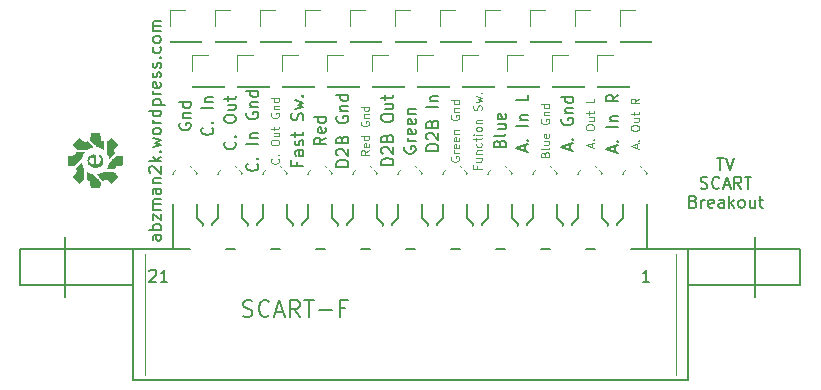
<source format=gto>
G04 #@! TF.GenerationSoftware,KiCad,Pcbnew,(6.0.4)*
G04 #@! TF.CreationDate,2022-12-30T23:51:46-05:00*
G04 #@! TF.ProjectId,SCART TV side breakout,53434152-5420-4545-9620-736964652062,rev?*
G04 #@! TF.SameCoordinates,Original*
G04 #@! TF.FileFunction,Legend,Top*
G04 #@! TF.FilePolarity,Positive*
%FSLAX46Y46*%
G04 Gerber Fmt 4.6, Leading zero omitted, Abs format (unit mm)*
G04 Created by KiCad (PCBNEW (6.0.4)) date 2022-12-30 23:51:46*
%MOMM*%
%LPD*%
G01*
G04 APERTURE LIST*
%ADD10C,0.150000*%
%ADD11C,0.100000*%
%ADD12C,0.120000*%
%ADD13C,0.152400*%
%ADD14C,0.050800*%
%ADD15R,1.700000X1.700000*%
%ADD16C,3.200000*%
%ADD17O,1.981200X3.962400*%
G04 APERTURE END LIST*
D10*
X153590714Y-173102380D02*
X154162142Y-173102380D01*
X153876428Y-174102380D02*
X153876428Y-173102380D01*
X154352619Y-173102380D02*
X154685952Y-174102380D01*
X155019285Y-173102380D01*
X152209761Y-175664761D02*
X152352619Y-175712380D01*
X152590714Y-175712380D01*
X152685952Y-175664761D01*
X152733571Y-175617142D01*
X152781190Y-175521904D01*
X152781190Y-175426666D01*
X152733571Y-175331428D01*
X152685952Y-175283809D01*
X152590714Y-175236190D01*
X152400238Y-175188571D01*
X152305000Y-175140952D01*
X152257380Y-175093333D01*
X152209761Y-174998095D01*
X152209761Y-174902857D01*
X152257380Y-174807619D01*
X152305000Y-174760000D01*
X152400238Y-174712380D01*
X152638333Y-174712380D01*
X152781190Y-174760000D01*
X153781190Y-175617142D02*
X153733571Y-175664761D01*
X153590714Y-175712380D01*
X153495476Y-175712380D01*
X153352619Y-175664761D01*
X153257380Y-175569523D01*
X153209761Y-175474285D01*
X153162142Y-175283809D01*
X153162142Y-175140952D01*
X153209761Y-174950476D01*
X153257380Y-174855238D01*
X153352619Y-174760000D01*
X153495476Y-174712380D01*
X153590714Y-174712380D01*
X153733571Y-174760000D01*
X153781190Y-174807619D01*
X154162142Y-175426666D02*
X154638333Y-175426666D01*
X154066904Y-175712380D02*
X154400238Y-174712380D01*
X154733571Y-175712380D01*
X155638333Y-175712380D02*
X155305000Y-175236190D01*
X155066904Y-175712380D02*
X155066904Y-174712380D01*
X155447857Y-174712380D01*
X155543095Y-174760000D01*
X155590714Y-174807619D01*
X155638333Y-174902857D01*
X155638333Y-175045714D01*
X155590714Y-175140952D01*
X155543095Y-175188571D01*
X155447857Y-175236190D01*
X155066904Y-175236190D01*
X155924047Y-174712380D02*
X156495476Y-174712380D01*
X156209761Y-175712380D02*
X156209761Y-174712380D01*
X151590714Y-176798571D02*
X151733571Y-176846190D01*
X151781190Y-176893809D01*
X151828809Y-176989047D01*
X151828809Y-177131904D01*
X151781190Y-177227142D01*
X151733571Y-177274761D01*
X151638333Y-177322380D01*
X151257380Y-177322380D01*
X151257380Y-176322380D01*
X151590714Y-176322380D01*
X151685952Y-176370000D01*
X151733571Y-176417619D01*
X151781190Y-176512857D01*
X151781190Y-176608095D01*
X151733571Y-176703333D01*
X151685952Y-176750952D01*
X151590714Y-176798571D01*
X151257380Y-176798571D01*
X152257380Y-177322380D02*
X152257380Y-176655714D01*
X152257380Y-176846190D02*
X152305000Y-176750952D01*
X152352619Y-176703333D01*
X152447857Y-176655714D01*
X152543095Y-176655714D01*
X153257380Y-177274761D02*
X153162142Y-177322380D01*
X152971666Y-177322380D01*
X152876428Y-177274761D01*
X152828809Y-177179523D01*
X152828809Y-176798571D01*
X152876428Y-176703333D01*
X152971666Y-176655714D01*
X153162142Y-176655714D01*
X153257380Y-176703333D01*
X153305000Y-176798571D01*
X153305000Y-176893809D01*
X152828809Y-176989047D01*
X154162142Y-177322380D02*
X154162142Y-176798571D01*
X154114523Y-176703333D01*
X154019285Y-176655714D01*
X153828809Y-176655714D01*
X153733571Y-176703333D01*
X154162142Y-177274761D02*
X154066904Y-177322380D01*
X153828809Y-177322380D01*
X153733571Y-177274761D01*
X153685952Y-177179523D01*
X153685952Y-177084285D01*
X153733571Y-176989047D01*
X153828809Y-176941428D01*
X154066904Y-176941428D01*
X154162142Y-176893809D01*
X154638333Y-177322380D02*
X154638333Y-176322380D01*
X154733571Y-176941428D02*
X155019285Y-177322380D01*
X155019285Y-176655714D02*
X154638333Y-177036666D01*
X155590714Y-177322380D02*
X155495476Y-177274761D01*
X155447857Y-177227142D01*
X155400238Y-177131904D01*
X155400238Y-176846190D01*
X155447857Y-176750952D01*
X155495476Y-176703333D01*
X155590714Y-176655714D01*
X155733571Y-176655714D01*
X155828809Y-176703333D01*
X155876428Y-176750952D01*
X155924047Y-176846190D01*
X155924047Y-177131904D01*
X155876428Y-177227142D01*
X155828809Y-177274761D01*
X155733571Y-177322380D01*
X155590714Y-177322380D01*
X156781190Y-176655714D02*
X156781190Y-177322380D01*
X156352619Y-176655714D02*
X156352619Y-177179523D01*
X156400238Y-177274761D01*
X156495476Y-177322380D01*
X156638333Y-177322380D01*
X156733571Y-177274761D01*
X156781190Y-177227142D01*
X157114523Y-176655714D02*
X157495476Y-176655714D01*
X157257380Y-176322380D02*
X157257380Y-177179523D01*
X157305000Y-177274761D01*
X157400238Y-177322380D01*
X157495476Y-177322380D01*
X106497380Y-179672142D02*
X105973571Y-179672142D01*
X105878333Y-179719761D01*
X105830714Y-179815000D01*
X105830714Y-180005476D01*
X105878333Y-180100714D01*
X106449761Y-179672142D02*
X106497380Y-179767380D01*
X106497380Y-180005476D01*
X106449761Y-180100714D01*
X106354523Y-180148333D01*
X106259285Y-180148333D01*
X106164047Y-180100714D01*
X106116428Y-180005476D01*
X106116428Y-179767380D01*
X106068809Y-179672142D01*
X106497380Y-179195952D02*
X105497380Y-179195952D01*
X105878333Y-179195952D02*
X105830714Y-179100714D01*
X105830714Y-178910238D01*
X105878333Y-178815000D01*
X105925952Y-178767380D01*
X106021190Y-178719761D01*
X106306904Y-178719761D01*
X106402142Y-178767380D01*
X106449761Y-178815000D01*
X106497380Y-178910238D01*
X106497380Y-179100714D01*
X106449761Y-179195952D01*
X105830714Y-178386428D02*
X105830714Y-177862619D01*
X106497380Y-178386428D01*
X106497380Y-177862619D01*
X106497380Y-177481666D02*
X105830714Y-177481666D01*
X105925952Y-177481666D02*
X105878333Y-177434047D01*
X105830714Y-177338809D01*
X105830714Y-177195952D01*
X105878333Y-177100714D01*
X105973571Y-177053095D01*
X106497380Y-177053095D01*
X105973571Y-177053095D02*
X105878333Y-177005476D01*
X105830714Y-176910238D01*
X105830714Y-176767380D01*
X105878333Y-176672142D01*
X105973571Y-176624523D01*
X106497380Y-176624523D01*
X106497380Y-175719761D02*
X105973571Y-175719761D01*
X105878333Y-175767380D01*
X105830714Y-175862619D01*
X105830714Y-176053095D01*
X105878333Y-176148333D01*
X106449761Y-175719761D02*
X106497380Y-175815000D01*
X106497380Y-176053095D01*
X106449761Y-176148333D01*
X106354523Y-176195952D01*
X106259285Y-176195952D01*
X106164047Y-176148333D01*
X106116428Y-176053095D01*
X106116428Y-175815000D01*
X106068809Y-175719761D01*
X105830714Y-175243571D02*
X106497380Y-175243571D01*
X105925952Y-175243571D02*
X105878333Y-175195952D01*
X105830714Y-175100714D01*
X105830714Y-174957857D01*
X105878333Y-174862619D01*
X105973571Y-174815000D01*
X106497380Y-174815000D01*
X105592619Y-174386428D02*
X105545000Y-174338809D01*
X105497380Y-174243571D01*
X105497380Y-174005476D01*
X105545000Y-173910238D01*
X105592619Y-173862619D01*
X105687857Y-173815000D01*
X105783095Y-173815000D01*
X105925952Y-173862619D01*
X106497380Y-174434047D01*
X106497380Y-173815000D01*
X106497380Y-173386428D02*
X105497380Y-173386428D01*
X106116428Y-173291190D02*
X106497380Y-173005476D01*
X105830714Y-173005476D02*
X106211666Y-173386428D01*
X106402142Y-172576904D02*
X106449761Y-172529285D01*
X106497380Y-172576904D01*
X106449761Y-172624523D01*
X106402142Y-172576904D01*
X106497380Y-172576904D01*
X105830714Y-172195952D02*
X106497380Y-172005476D01*
X106021190Y-171815000D01*
X106497380Y-171624523D01*
X105830714Y-171434047D01*
X106497380Y-170910238D02*
X106449761Y-171005476D01*
X106402142Y-171053095D01*
X106306904Y-171100714D01*
X106021190Y-171100714D01*
X105925952Y-171053095D01*
X105878333Y-171005476D01*
X105830714Y-170910238D01*
X105830714Y-170767380D01*
X105878333Y-170672142D01*
X105925952Y-170624523D01*
X106021190Y-170576904D01*
X106306904Y-170576904D01*
X106402142Y-170624523D01*
X106449761Y-170672142D01*
X106497380Y-170767380D01*
X106497380Y-170910238D01*
X106497380Y-170148333D02*
X105830714Y-170148333D01*
X106021190Y-170148333D02*
X105925952Y-170100714D01*
X105878333Y-170053095D01*
X105830714Y-169957857D01*
X105830714Y-169862619D01*
X106497380Y-169100714D02*
X105497380Y-169100714D01*
X106449761Y-169100714D02*
X106497380Y-169195952D01*
X106497380Y-169386428D01*
X106449761Y-169481666D01*
X106402142Y-169529285D01*
X106306904Y-169576904D01*
X106021190Y-169576904D01*
X105925952Y-169529285D01*
X105878333Y-169481666D01*
X105830714Y-169386428D01*
X105830714Y-169195952D01*
X105878333Y-169100714D01*
X105830714Y-168624523D02*
X106830714Y-168624523D01*
X105878333Y-168624523D02*
X105830714Y-168529285D01*
X105830714Y-168338809D01*
X105878333Y-168243571D01*
X105925952Y-168195952D01*
X106021190Y-168148333D01*
X106306904Y-168148333D01*
X106402142Y-168195952D01*
X106449761Y-168243571D01*
X106497380Y-168338809D01*
X106497380Y-168529285D01*
X106449761Y-168624523D01*
X106497380Y-167719761D02*
X105830714Y-167719761D01*
X106021190Y-167719761D02*
X105925952Y-167672142D01*
X105878333Y-167624523D01*
X105830714Y-167529285D01*
X105830714Y-167434047D01*
X106449761Y-166719761D02*
X106497380Y-166815000D01*
X106497380Y-167005476D01*
X106449761Y-167100714D01*
X106354523Y-167148333D01*
X105973571Y-167148333D01*
X105878333Y-167100714D01*
X105830714Y-167005476D01*
X105830714Y-166815000D01*
X105878333Y-166719761D01*
X105973571Y-166672142D01*
X106068809Y-166672142D01*
X106164047Y-167148333D01*
X106449761Y-166291190D02*
X106497380Y-166195952D01*
X106497380Y-166005476D01*
X106449761Y-165910238D01*
X106354523Y-165862619D01*
X106306904Y-165862619D01*
X106211666Y-165910238D01*
X106164047Y-166005476D01*
X106164047Y-166148333D01*
X106116428Y-166243571D01*
X106021190Y-166291190D01*
X105973571Y-166291190D01*
X105878333Y-166243571D01*
X105830714Y-166148333D01*
X105830714Y-166005476D01*
X105878333Y-165910238D01*
X106449761Y-165481666D02*
X106497380Y-165386428D01*
X106497380Y-165195952D01*
X106449761Y-165100714D01*
X106354523Y-165053095D01*
X106306904Y-165053095D01*
X106211666Y-165100714D01*
X106164047Y-165195952D01*
X106164047Y-165338809D01*
X106116428Y-165434047D01*
X106021190Y-165481666D01*
X105973571Y-165481666D01*
X105878333Y-165434047D01*
X105830714Y-165338809D01*
X105830714Y-165195952D01*
X105878333Y-165100714D01*
X106402142Y-164624523D02*
X106449761Y-164576904D01*
X106497380Y-164624523D01*
X106449761Y-164672142D01*
X106402142Y-164624523D01*
X106497380Y-164624523D01*
X106449761Y-163719761D02*
X106497380Y-163815000D01*
X106497380Y-164005476D01*
X106449761Y-164100714D01*
X106402142Y-164148333D01*
X106306904Y-164195952D01*
X106021190Y-164195952D01*
X105925952Y-164148333D01*
X105878333Y-164100714D01*
X105830714Y-164005476D01*
X105830714Y-163815000D01*
X105878333Y-163719761D01*
X106497380Y-163148333D02*
X106449761Y-163243571D01*
X106402142Y-163291190D01*
X106306904Y-163338809D01*
X106021190Y-163338809D01*
X105925952Y-163291190D01*
X105878333Y-163243571D01*
X105830714Y-163148333D01*
X105830714Y-163005476D01*
X105878333Y-162910238D01*
X105925952Y-162862619D01*
X106021190Y-162815000D01*
X106306904Y-162815000D01*
X106402142Y-162862619D01*
X106449761Y-162910238D01*
X106497380Y-163005476D01*
X106497380Y-163148333D01*
X106497380Y-162386428D02*
X105830714Y-162386428D01*
X105925952Y-162386428D02*
X105878333Y-162338809D01*
X105830714Y-162243571D01*
X105830714Y-162100714D01*
X105878333Y-162005476D01*
X105973571Y-161957857D01*
X106497380Y-161957857D01*
X105973571Y-161957857D02*
X105878333Y-161910238D01*
X105830714Y-161815000D01*
X105830714Y-161672142D01*
X105878333Y-161576904D01*
X105973571Y-161529285D01*
X106497380Y-161529285D01*
D11*
X146801666Y-172280000D02*
X146801666Y-171946666D01*
X147001666Y-172346666D02*
X146301666Y-172113333D01*
X147001666Y-171880000D01*
X146935000Y-171646666D02*
X146968333Y-171613333D01*
X147001666Y-171646666D01*
X146968333Y-171680000D01*
X146935000Y-171646666D01*
X147001666Y-171646666D01*
X146301666Y-170646666D02*
X146301666Y-170513333D01*
X146335000Y-170446666D01*
X146401666Y-170380000D01*
X146535000Y-170346666D01*
X146768333Y-170346666D01*
X146901666Y-170380000D01*
X146968333Y-170446666D01*
X147001666Y-170513333D01*
X147001666Y-170646666D01*
X146968333Y-170713333D01*
X146901666Y-170780000D01*
X146768333Y-170813333D01*
X146535000Y-170813333D01*
X146401666Y-170780000D01*
X146335000Y-170713333D01*
X146301666Y-170646666D01*
X146535000Y-169746666D02*
X147001666Y-169746666D01*
X146535000Y-170046666D02*
X146901666Y-170046666D01*
X146968333Y-170013333D01*
X147001666Y-169946666D01*
X147001666Y-169846666D01*
X146968333Y-169780000D01*
X146935000Y-169746666D01*
X146535000Y-169513333D02*
X146535000Y-169246666D01*
X146301666Y-169413333D02*
X146901666Y-169413333D01*
X146968333Y-169380000D01*
X147001666Y-169313333D01*
X147001666Y-169246666D01*
X147001666Y-168080000D02*
X146668333Y-168313333D01*
X147001666Y-168480000D02*
X146301666Y-168480000D01*
X146301666Y-168213333D01*
X146335000Y-168146666D01*
X146368333Y-168113333D01*
X146435000Y-168080000D01*
X146535000Y-168080000D01*
X146601666Y-168113333D01*
X146635000Y-168146666D01*
X146668333Y-168213333D01*
X146668333Y-168480000D01*
D10*
X129992380Y-172489523D02*
X128992380Y-172489523D01*
X128992380Y-172251428D01*
X129040000Y-172108571D01*
X129135238Y-172013333D01*
X129230476Y-171965714D01*
X129420952Y-171918095D01*
X129563809Y-171918095D01*
X129754285Y-171965714D01*
X129849523Y-172013333D01*
X129944761Y-172108571D01*
X129992380Y-172251428D01*
X129992380Y-172489523D01*
X129087619Y-171537142D02*
X129040000Y-171489523D01*
X128992380Y-171394285D01*
X128992380Y-171156190D01*
X129040000Y-171060952D01*
X129087619Y-171013333D01*
X129182857Y-170965714D01*
X129278095Y-170965714D01*
X129420952Y-171013333D01*
X129992380Y-171584761D01*
X129992380Y-170965714D01*
X129468571Y-170203809D02*
X129516190Y-170060952D01*
X129563809Y-170013333D01*
X129659047Y-169965714D01*
X129801904Y-169965714D01*
X129897142Y-170013333D01*
X129944761Y-170060952D01*
X129992380Y-170156190D01*
X129992380Y-170537142D01*
X128992380Y-170537142D01*
X128992380Y-170203809D01*
X129040000Y-170108571D01*
X129087619Y-170060952D01*
X129182857Y-170013333D01*
X129278095Y-170013333D01*
X129373333Y-170060952D01*
X129420952Y-170108571D01*
X129468571Y-170203809D01*
X129468571Y-170537142D01*
X129992380Y-168775238D02*
X128992380Y-168775238D01*
X129325714Y-168299047D02*
X129992380Y-168299047D01*
X129420952Y-168299047D02*
X129373333Y-168251428D01*
X129325714Y-168156190D01*
X129325714Y-168013333D01*
X129373333Y-167918095D01*
X129468571Y-167870476D01*
X129992380Y-167870476D01*
X118038571Y-173434047D02*
X118038571Y-173767380D01*
X118562380Y-173767380D02*
X117562380Y-173767380D01*
X117562380Y-173291190D01*
X118562380Y-172481666D02*
X118038571Y-172481666D01*
X117943333Y-172529285D01*
X117895714Y-172624523D01*
X117895714Y-172815000D01*
X117943333Y-172910238D01*
X118514761Y-172481666D02*
X118562380Y-172576904D01*
X118562380Y-172815000D01*
X118514761Y-172910238D01*
X118419523Y-172957857D01*
X118324285Y-172957857D01*
X118229047Y-172910238D01*
X118181428Y-172815000D01*
X118181428Y-172576904D01*
X118133809Y-172481666D01*
X118514761Y-172053095D02*
X118562380Y-171957857D01*
X118562380Y-171767380D01*
X118514761Y-171672142D01*
X118419523Y-171624523D01*
X118371904Y-171624523D01*
X118276666Y-171672142D01*
X118229047Y-171767380D01*
X118229047Y-171910238D01*
X118181428Y-172005476D01*
X118086190Y-172053095D01*
X118038571Y-172053095D01*
X117943333Y-172005476D01*
X117895714Y-171910238D01*
X117895714Y-171767380D01*
X117943333Y-171672142D01*
X117895714Y-171338809D02*
X117895714Y-170957857D01*
X117562380Y-171195952D02*
X118419523Y-171195952D01*
X118514761Y-171148333D01*
X118562380Y-171053095D01*
X118562380Y-170957857D01*
X118514761Y-169910238D02*
X118562380Y-169767380D01*
X118562380Y-169529285D01*
X118514761Y-169434047D01*
X118467142Y-169386428D01*
X118371904Y-169338809D01*
X118276666Y-169338809D01*
X118181428Y-169386428D01*
X118133809Y-169434047D01*
X118086190Y-169529285D01*
X118038571Y-169719761D01*
X117990952Y-169815000D01*
X117943333Y-169862619D01*
X117848095Y-169910238D01*
X117752857Y-169910238D01*
X117657619Y-169862619D01*
X117610000Y-169815000D01*
X117562380Y-169719761D01*
X117562380Y-169481666D01*
X117610000Y-169338809D01*
X117895714Y-169005476D02*
X118562380Y-168815000D01*
X118086190Y-168624523D01*
X118562380Y-168434047D01*
X117895714Y-168243571D01*
X118467142Y-167862619D02*
X118514761Y-167815000D01*
X118562380Y-167862619D01*
X118514761Y-167910238D01*
X118467142Y-167862619D01*
X118562380Y-167862619D01*
X110847142Y-170545000D02*
X110894761Y-170592619D01*
X110942380Y-170735476D01*
X110942380Y-170830714D01*
X110894761Y-170973571D01*
X110799523Y-171068809D01*
X110704285Y-171116428D01*
X110513809Y-171164047D01*
X110370952Y-171164047D01*
X110180476Y-171116428D01*
X110085238Y-171068809D01*
X109990000Y-170973571D01*
X109942380Y-170830714D01*
X109942380Y-170735476D01*
X109990000Y-170592619D01*
X110037619Y-170545000D01*
X110847142Y-170116428D02*
X110894761Y-170068809D01*
X110942380Y-170116428D01*
X110894761Y-170164047D01*
X110847142Y-170116428D01*
X110942380Y-170116428D01*
X110942380Y-168878333D02*
X109942380Y-168878333D01*
X110275714Y-168402142D02*
X110942380Y-168402142D01*
X110370952Y-168402142D02*
X110323333Y-168354523D01*
X110275714Y-168259285D01*
X110275714Y-168116428D01*
X110323333Y-168021190D01*
X110418571Y-167973571D01*
X110942380Y-167973571D01*
X122372380Y-173838809D02*
X121372380Y-173838809D01*
X121372380Y-173600714D01*
X121420000Y-173457857D01*
X121515238Y-173362619D01*
X121610476Y-173315000D01*
X121800952Y-173267380D01*
X121943809Y-173267380D01*
X122134285Y-173315000D01*
X122229523Y-173362619D01*
X122324761Y-173457857D01*
X122372380Y-173600714D01*
X122372380Y-173838809D01*
X121467619Y-172886428D02*
X121420000Y-172838809D01*
X121372380Y-172743571D01*
X121372380Y-172505476D01*
X121420000Y-172410238D01*
X121467619Y-172362619D01*
X121562857Y-172315000D01*
X121658095Y-172315000D01*
X121800952Y-172362619D01*
X122372380Y-172934047D01*
X122372380Y-172315000D01*
X121848571Y-171553095D02*
X121896190Y-171410238D01*
X121943809Y-171362619D01*
X122039047Y-171315000D01*
X122181904Y-171315000D01*
X122277142Y-171362619D01*
X122324761Y-171410238D01*
X122372380Y-171505476D01*
X122372380Y-171886428D01*
X121372380Y-171886428D01*
X121372380Y-171553095D01*
X121420000Y-171457857D01*
X121467619Y-171410238D01*
X121562857Y-171362619D01*
X121658095Y-171362619D01*
X121753333Y-171410238D01*
X121800952Y-171457857D01*
X121848571Y-171553095D01*
X121848571Y-171886428D01*
X121420000Y-169600714D02*
X121372380Y-169695952D01*
X121372380Y-169838809D01*
X121420000Y-169981666D01*
X121515238Y-170076904D01*
X121610476Y-170124523D01*
X121800952Y-170172142D01*
X121943809Y-170172142D01*
X122134285Y-170124523D01*
X122229523Y-170076904D01*
X122324761Y-169981666D01*
X122372380Y-169838809D01*
X122372380Y-169743571D01*
X122324761Y-169600714D01*
X122277142Y-169553095D01*
X121943809Y-169553095D01*
X121943809Y-169743571D01*
X121705714Y-169124523D02*
X122372380Y-169124523D01*
X121800952Y-169124523D02*
X121753333Y-169076904D01*
X121705714Y-168981666D01*
X121705714Y-168838809D01*
X121753333Y-168743571D01*
X121848571Y-168695952D01*
X122372380Y-168695952D01*
X122372380Y-167791190D02*
X121372380Y-167791190D01*
X122324761Y-167791190D02*
X122372380Y-167886428D01*
X122372380Y-168076904D01*
X122324761Y-168172142D01*
X122277142Y-168219761D01*
X122181904Y-168267380D01*
X121896190Y-168267380D01*
X121800952Y-168219761D01*
X121753333Y-168172142D01*
X121705714Y-168076904D01*
X121705714Y-167886428D01*
X121753333Y-167791190D01*
X108085000Y-170187857D02*
X108037380Y-170283095D01*
X108037380Y-170425952D01*
X108085000Y-170568809D01*
X108180238Y-170664047D01*
X108275476Y-170711666D01*
X108465952Y-170759285D01*
X108608809Y-170759285D01*
X108799285Y-170711666D01*
X108894523Y-170664047D01*
X108989761Y-170568809D01*
X109037380Y-170425952D01*
X109037380Y-170330714D01*
X108989761Y-170187857D01*
X108942142Y-170140238D01*
X108608809Y-170140238D01*
X108608809Y-170330714D01*
X108370714Y-169711666D02*
X109037380Y-169711666D01*
X108465952Y-169711666D02*
X108418333Y-169664047D01*
X108370714Y-169568809D01*
X108370714Y-169425952D01*
X108418333Y-169330714D01*
X108513571Y-169283095D01*
X109037380Y-169283095D01*
X109037380Y-168378333D02*
X108037380Y-168378333D01*
X108989761Y-168378333D02*
X109037380Y-168473571D01*
X109037380Y-168664047D01*
X108989761Y-168759285D01*
X108942142Y-168806904D01*
X108846904Y-168854523D01*
X108561190Y-168854523D01*
X108465952Y-168806904D01*
X108418333Y-168759285D01*
X108370714Y-168664047D01*
X108370714Y-168473571D01*
X108418333Y-168378333D01*
D11*
X133300000Y-173781666D02*
X133300000Y-174015000D01*
X133666666Y-174015000D02*
X132966666Y-174015000D01*
X132966666Y-173681666D01*
X133200000Y-173115000D02*
X133666666Y-173115000D01*
X133200000Y-173415000D02*
X133566666Y-173415000D01*
X133633333Y-173381666D01*
X133666666Y-173315000D01*
X133666666Y-173215000D01*
X133633333Y-173148333D01*
X133600000Y-173115000D01*
X133200000Y-172781666D02*
X133666666Y-172781666D01*
X133266666Y-172781666D02*
X133233333Y-172748333D01*
X133200000Y-172681666D01*
X133200000Y-172581666D01*
X133233333Y-172515000D01*
X133300000Y-172481666D01*
X133666666Y-172481666D01*
X133633333Y-171848333D02*
X133666666Y-171915000D01*
X133666666Y-172048333D01*
X133633333Y-172115000D01*
X133600000Y-172148333D01*
X133533333Y-172181666D01*
X133333333Y-172181666D01*
X133266666Y-172148333D01*
X133233333Y-172115000D01*
X133200000Y-172048333D01*
X133200000Y-171915000D01*
X133233333Y-171848333D01*
X133200000Y-171648333D02*
X133200000Y-171381666D01*
X132966666Y-171548333D02*
X133566666Y-171548333D01*
X133633333Y-171515000D01*
X133666666Y-171448333D01*
X133666666Y-171381666D01*
X133666666Y-171148333D02*
X133200000Y-171148333D01*
X132966666Y-171148333D02*
X133000000Y-171181666D01*
X133033333Y-171148333D01*
X133000000Y-171115000D01*
X132966666Y-171148333D01*
X133033333Y-171148333D01*
X133666666Y-170715000D02*
X133633333Y-170781666D01*
X133600000Y-170815000D01*
X133533333Y-170848333D01*
X133333333Y-170848333D01*
X133266666Y-170815000D01*
X133233333Y-170781666D01*
X133200000Y-170715000D01*
X133200000Y-170615000D01*
X133233333Y-170548333D01*
X133266666Y-170515000D01*
X133333333Y-170481666D01*
X133533333Y-170481666D01*
X133600000Y-170515000D01*
X133633333Y-170548333D01*
X133666666Y-170615000D01*
X133666666Y-170715000D01*
X133200000Y-170181666D02*
X133666666Y-170181666D01*
X133266666Y-170181666D02*
X133233333Y-170148333D01*
X133200000Y-170081666D01*
X133200000Y-169981666D01*
X133233333Y-169915000D01*
X133300000Y-169881666D01*
X133666666Y-169881666D01*
X133633333Y-169048333D02*
X133666666Y-168948333D01*
X133666666Y-168781666D01*
X133633333Y-168715000D01*
X133600000Y-168681666D01*
X133533333Y-168648333D01*
X133466666Y-168648333D01*
X133400000Y-168681666D01*
X133366666Y-168715000D01*
X133333333Y-168781666D01*
X133300000Y-168915000D01*
X133266666Y-168981666D01*
X133233333Y-169015000D01*
X133166666Y-169048333D01*
X133100000Y-169048333D01*
X133033333Y-169015000D01*
X133000000Y-168981666D01*
X132966666Y-168915000D01*
X132966666Y-168748333D01*
X133000000Y-168648333D01*
X133200000Y-168415000D02*
X133666666Y-168281666D01*
X133333333Y-168148333D01*
X133666666Y-168015000D01*
X133200000Y-167881666D01*
X133600000Y-167615000D02*
X133633333Y-167581666D01*
X133666666Y-167615000D01*
X133633333Y-167648333D01*
X133600000Y-167615000D01*
X133666666Y-167615000D01*
D10*
X137326666Y-172513333D02*
X137326666Y-172037142D01*
X137612380Y-172608571D02*
X136612380Y-172275238D01*
X137612380Y-171941904D01*
X137517142Y-171608571D02*
X137564761Y-171560952D01*
X137612380Y-171608571D01*
X137564761Y-171656190D01*
X137517142Y-171608571D01*
X137612380Y-171608571D01*
X137612380Y-170370476D02*
X136612380Y-170370476D01*
X136945714Y-169894285D02*
X137612380Y-169894285D01*
X137040952Y-169894285D02*
X136993333Y-169846666D01*
X136945714Y-169751428D01*
X136945714Y-169608571D01*
X136993333Y-169513333D01*
X137088571Y-169465714D01*
X137612380Y-169465714D01*
X137612380Y-167751428D02*
X137612380Y-168227619D01*
X136612380Y-168227619D01*
X114657142Y-173600714D02*
X114704761Y-173648333D01*
X114752380Y-173791190D01*
X114752380Y-173886428D01*
X114704761Y-174029285D01*
X114609523Y-174124523D01*
X114514285Y-174172142D01*
X114323809Y-174219761D01*
X114180952Y-174219761D01*
X113990476Y-174172142D01*
X113895238Y-174124523D01*
X113800000Y-174029285D01*
X113752380Y-173886428D01*
X113752380Y-173791190D01*
X113800000Y-173648333D01*
X113847619Y-173600714D01*
X114657142Y-173172142D02*
X114704761Y-173124523D01*
X114752380Y-173172142D01*
X114704761Y-173219761D01*
X114657142Y-173172142D01*
X114752380Y-173172142D01*
X114752380Y-171934047D02*
X113752380Y-171934047D01*
X114085714Y-171457857D02*
X114752380Y-171457857D01*
X114180952Y-171457857D02*
X114133333Y-171410238D01*
X114085714Y-171315000D01*
X114085714Y-171172142D01*
X114133333Y-171076904D01*
X114228571Y-171029285D01*
X114752380Y-171029285D01*
X113800000Y-169267380D02*
X113752380Y-169362619D01*
X113752380Y-169505476D01*
X113800000Y-169648333D01*
X113895238Y-169743571D01*
X113990476Y-169791190D01*
X114180952Y-169838809D01*
X114323809Y-169838809D01*
X114514285Y-169791190D01*
X114609523Y-169743571D01*
X114704761Y-169648333D01*
X114752380Y-169505476D01*
X114752380Y-169410238D01*
X114704761Y-169267380D01*
X114657142Y-169219761D01*
X114323809Y-169219761D01*
X114323809Y-169410238D01*
X114085714Y-168791190D02*
X114752380Y-168791190D01*
X114180952Y-168791190D02*
X114133333Y-168743571D01*
X114085714Y-168648333D01*
X114085714Y-168505476D01*
X114133333Y-168410238D01*
X114228571Y-168362619D01*
X114752380Y-168362619D01*
X114752380Y-167457857D02*
X113752380Y-167457857D01*
X114704761Y-167457857D02*
X114752380Y-167553095D01*
X114752380Y-167743571D01*
X114704761Y-167838809D01*
X114657142Y-167886428D01*
X114561904Y-167934047D01*
X114276190Y-167934047D01*
X114180952Y-167886428D01*
X114133333Y-167838809D01*
X114085714Y-167743571D01*
X114085714Y-167553095D01*
X114133333Y-167457857D01*
D11*
X116455000Y-173165000D02*
X116488333Y-173198333D01*
X116521666Y-173298333D01*
X116521666Y-173365000D01*
X116488333Y-173465000D01*
X116421666Y-173531666D01*
X116355000Y-173565000D01*
X116221666Y-173598333D01*
X116121666Y-173598333D01*
X115988333Y-173565000D01*
X115921666Y-173531666D01*
X115855000Y-173465000D01*
X115821666Y-173365000D01*
X115821666Y-173298333D01*
X115855000Y-173198333D01*
X115888333Y-173165000D01*
X116455000Y-172865000D02*
X116488333Y-172831666D01*
X116521666Y-172865000D01*
X116488333Y-172898333D01*
X116455000Y-172865000D01*
X116521666Y-172865000D01*
X115821666Y-171865000D02*
X115821666Y-171731666D01*
X115855000Y-171665000D01*
X115921666Y-171598333D01*
X116055000Y-171565000D01*
X116288333Y-171565000D01*
X116421666Y-171598333D01*
X116488333Y-171665000D01*
X116521666Y-171731666D01*
X116521666Y-171865000D01*
X116488333Y-171931666D01*
X116421666Y-171998333D01*
X116288333Y-172031666D01*
X116055000Y-172031666D01*
X115921666Y-171998333D01*
X115855000Y-171931666D01*
X115821666Y-171865000D01*
X116055000Y-170965000D02*
X116521666Y-170965000D01*
X116055000Y-171265000D02*
X116421666Y-171265000D01*
X116488333Y-171231666D01*
X116521666Y-171165000D01*
X116521666Y-171065000D01*
X116488333Y-170998333D01*
X116455000Y-170965000D01*
X116055000Y-170731666D02*
X116055000Y-170465000D01*
X115821666Y-170631666D02*
X116421666Y-170631666D01*
X116488333Y-170598333D01*
X116521666Y-170531666D01*
X116521666Y-170465000D01*
X115855000Y-169331666D02*
X115821666Y-169398333D01*
X115821666Y-169498333D01*
X115855000Y-169598333D01*
X115921666Y-169665000D01*
X115988333Y-169698333D01*
X116121666Y-169731666D01*
X116221666Y-169731666D01*
X116355000Y-169698333D01*
X116421666Y-169665000D01*
X116488333Y-169598333D01*
X116521666Y-169498333D01*
X116521666Y-169431666D01*
X116488333Y-169331666D01*
X116455000Y-169298333D01*
X116221666Y-169298333D01*
X116221666Y-169431666D01*
X116055000Y-168998333D02*
X116521666Y-168998333D01*
X116121666Y-168998333D02*
X116088333Y-168965000D01*
X116055000Y-168898333D01*
X116055000Y-168798333D01*
X116088333Y-168731666D01*
X116155000Y-168698333D01*
X116521666Y-168698333D01*
X116521666Y-168065000D02*
X115821666Y-168065000D01*
X116488333Y-168065000D02*
X116521666Y-168131666D01*
X116521666Y-168265000D01*
X116488333Y-168331666D01*
X116455000Y-168365000D01*
X116388333Y-168398333D01*
X116188333Y-168398333D01*
X116121666Y-168365000D01*
X116088333Y-168331666D01*
X116055000Y-168265000D01*
X116055000Y-168131666D01*
X116088333Y-168065000D01*
X142991666Y-172213333D02*
X142991666Y-171880000D01*
X143191666Y-172280000D02*
X142491666Y-172046666D01*
X143191666Y-171813333D01*
X143125000Y-171580000D02*
X143158333Y-171546666D01*
X143191666Y-171580000D01*
X143158333Y-171613333D01*
X143125000Y-171580000D01*
X143191666Y-171580000D01*
X142491666Y-170580000D02*
X142491666Y-170446666D01*
X142525000Y-170380000D01*
X142591666Y-170313333D01*
X142725000Y-170280000D01*
X142958333Y-170280000D01*
X143091666Y-170313333D01*
X143158333Y-170380000D01*
X143191666Y-170446666D01*
X143191666Y-170580000D01*
X143158333Y-170646666D01*
X143091666Y-170713333D01*
X142958333Y-170746666D01*
X142725000Y-170746666D01*
X142591666Y-170713333D01*
X142525000Y-170646666D01*
X142491666Y-170580000D01*
X142725000Y-169680000D02*
X143191666Y-169680000D01*
X142725000Y-169980000D02*
X143091666Y-169980000D01*
X143158333Y-169946666D01*
X143191666Y-169880000D01*
X143191666Y-169780000D01*
X143158333Y-169713333D01*
X143125000Y-169680000D01*
X142725000Y-169446666D02*
X142725000Y-169180000D01*
X142491666Y-169346666D02*
X143091666Y-169346666D01*
X143158333Y-169313333D01*
X143191666Y-169246666D01*
X143191666Y-169180000D01*
X143191666Y-168080000D02*
X143191666Y-168413333D01*
X142491666Y-168413333D01*
X139015000Y-172815000D02*
X139048333Y-172715000D01*
X139081666Y-172681666D01*
X139148333Y-172648333D01*
X139248333Y-172648333D01*
X139315000Y-172681666D01*
X139348333Y-172715000D01*
X139381666Y-172781666D01*
X139381666Y-173048333D01*
X138681666Y-173048333D01*
X138681666Y-172815000D01*
X138715000Y-172748333D01*
X138748333Y-172715000D01*
X138815000Y-172681666D01*
X138881666Y-172681666D01*
X138948333Y-172715000D01*
X138981666Y-172748333D01*
X139015000Y-172815000D01*
X139015000Y-173048333D01*
X139381666Y-172248333D02*
X139348333Y-172315000D01*
X139281666Y-172348333D01*
X138681666Y-172348333D01*
X138915000Y-171681666D02*
X139381666Y-171681666D01*
X138915000Y-171981666D02*
X139281666Y-171981666D01*
X139348333Y-171948333D01*
X139381666Y-171881666D01*
X139381666Y-171781666D01*
X139348333Y-171715000D01*
X139315000Y-171681666D01*
X139348333Y-171081666D02*
X139381666Y-171148333D01*
X139381666Y-171281666D01*
X139348333Y-171348333D01*
X139281666Y-171381666D01*
X139015000Y-171381666D01*
X138948333Y-171348333D01*
X138915000Y-171281666D01*
X138915000Y-171148333D01*
X138948333Y-171081666D01*
X139015000Y-171048333D01*
X139081666Y-171048333D01*
X139148333Y-171381666D01*
X138715000Y-169848333D02*
X138681666Y-169915000D01*
X138681666Y-170015000D01*
X138715000Y-170115000D01*
X138781666Y-170181666D01*
X138848333Y-170215000D01*
X138981666Y-170248333D01*
X139081666Y-170248333D01*
X139215000Y-170215000D01*
X139281666Y-170181666D01*
X139348333Y-170115000D01*
X139381666Y-170015000D01*
X139381666Y-169948333D01*
X139348333Y-169848333D01*
X139315000Y-169815000D01*
X139081666Y-169815000D01*
X139081666Y-169948333D01*
X138915000Y-169515000D02*
X139381666Y-169515000D01*
X138981666Y-169515000D02*
X138948333Y-169481666D01*
X138915000Y-169415000D01*
X138915000Y-169315000D01*
X138948333Y-169248333D01*
X139015000Y-169215000D01*
X139381666Y-169215000D01*
X139381666Y-168581666D02*
X138681666Y-168581666D01*
X139348333Y-168581666D02*
X139381666Y-168648333D01*
X139381666Y-168781666D01*
X139348333Y-168848333D01*
X139315000Y-168881666D01*
X139248333Y-168915000D01*
X139048333Y-168915000D01*
X138981666Y-168881666D01*
X138948333Y-168848333D01*
X138915000Y-168781666D01*
X138915000Y-168648333D01*
X138948333Y-168581666D01*
D10*
X120467380Y-171386428D02*
X119991190Y-171719761D01*
X120467380Y-171957857D02*
X119467380Y-171957857D01*
X119467380Y-171576904D01*
X119515000Y-171481666D01*
X119562619Y-171434047D01*
X119657857Y-171386428D01*
X119800714Y-171386428D01*
X119895952Y-171434047D01*
X119943571Y-171481666D01*
X119991190Y-171576904D01*
X119991190Y-171957857D01*
X120419761Y-170576904D02*
X120467380Y-170672142D01*
X120467380Y-170862619D01*
X120419761Y-170957857D01*
X120324523Y-171005476D01*
X119943571Y-171005476D01*
X119848333Y-170957857D01*
X119800714Y-170862619D01*
X119800714Y-170672142D01*
X119848333Y-170576904D01*
X119943571Y-170529285D01*
X120038809Y-170529285D01*
X120134047Y-171005476D01*
X120467380Y-169672142D02*
X119467380Y-169672142D01*
X120419761Y-169672142D02*
X120467380Y-169767380D01*
X120467380Y-169957857D01*
X120419761Y-170053095D01*
X120372142Y-170100714D01*
X120276904Y-170148333D01*
X119991190Y-170148333D01*
X119895952Y-170100714D01*
X119848333Y-170053095D01*
X119800714Y-169957857D01*
X119800714Y-169767380D01*
X119848333Y-169672142D01*
X144946666Y-172608571D02*
X144946666Y-172132380D01*
X145232380Y-172703809D02*
X144232380Y-172370476D01*
X145232380Y-172037142D01*
X145137142Y-171703809D02*
X145184761Y-171656190D01*
X145232380Y-171703809D01*
X145184761Y-171751428D01*
X145137142Y-171703809D01*
X145232380Y-171703809D01*
X145232380Y-170465714D02*
X144232380Y-170465714D01*
X144565714Y-169989523D02*
X145232380Y-169989523D01*
X144660952Y-169989523D02*
X144613333Y-169941904D01*
X144565714Y-169846666D01*
X144565714Y-169703809D01*
X144613333Y-169608571D01*
X144708571Y-169560952D01*
X145232380Y-169560952D01*
X145232380Y-167751428D02*
X144756190Y-168084761D01*
X145232380Y-168322857D02*
X144232380Y-168322857D01*
X144232380Y-167941904D01*
X144280000Y-167846666D01*
X144327619Y-167799047D01*
X144422857Y-167751428D01*
X144565714Y-167751428D01*
X144660952Y-167799047D01*
X144708571Y-167846666D01*
X144756190Y-167941904D01*
X144756190Y-168322857D01*
X113456000Y-186494666D02*
X113656000Y-186561333D01*
X113989333Y-186561333D01*
X114122666Y-186494666D01*
X114189333Y-186428000D01*
X114256000Y-186294666D01*
X114256000Y-186161333D01*
X114189333Y-186028000D01*
X114122666Y-185961333D01*
X113989333Y-185894666D01*
X113722666Y-185828000D01*
X113589333Y-185761333D01*
X113522666Y-185694666D01*
X113456000Y-185561333D01*
X113456000Y-185428000D01*
X113522666Y-185294666D01*
X113589333Y-185228000D01*
X113722666Y-185161333D01*
X114056000Y-185161333D01*
X114256000Y-185228000D01*
X115656000Y-186428000D02*
X115589333Y-186494666D01*
X115389333Y-186561333D01*
X115256000Y-186561333D01*
X115056000Y-186494666D01*
X114922666Y-186361333D01*
X114856000Y-186228000D01*
X114789333Y-185961333D01*
X114789333Y-185761333D01*
X114856000Y-185494666D01*
X114922666Y-185361333D01*
X115056000Y-185228000D01*
X115256000Y-185161333D01*
X115389333Y-185161333D01*
X115589333Y-185228000D01*
X115656000Y-185294666D01*
X116189333Y-186161333D02*
X116856000Y-186161333D01*
X116056000Y-186561333D02*
X116522666Y-185161333D01*
X116989333Y-186561333D01*
X118256000Y-186561333D02*
X117789333Y-185894666D01*
X117456000Y-186561333D02*
X117456000Y-185161333D01*
X117989333Y-185161333D01*
X118122666Y-185228000D01*
X118189333Y-185294666D01*
X118256000Y-185428000D01*
X118256000Y-185628000D01*
X118189333Y-185761333D01*
X118122666Y-185828000D01*
X117989333Y-185894666D01*
X117456000Y-185894666D01*
X118656000Y-185161333D02*
X119456000Y-185161333D01*
X119056000Y-186561333D02*
X119056000Y-185161333D01*
X119922666Y-186028000D02*
X120989333Y-186028000D01*
X122122666Y-185828000D02*
X121656000Y-185828000D01*
X121656000Y-186561333D02*
X121656000Y-185161333D01*
X122322666Y-185161333D01*
X147859714Y-183586380D02*
X147288285Y-183586380D01*
X147574000Y-183586380D02*
X147574000Y-182586380D01*
X147478761Y-182729238D01*
X147383523Y-182824476D01*
X147288285Y-182872095D01*
X105537095Y-182681619D02*
X105584714Y-182634000D01*
X105679952Y-182586380D01*
X105918047Y-182586380D01*
X106013285Y-182634000D01*
X106060904Y-182681619D01*
X106108523Y-182776857D01*
X106108523Y-182872095D01*
X106060904Y-183014952D01*
X105489476Y-183586380D01*
X106108523Y-183586380D01*
X107060904Y-183586380D02*
X106489476Y-183586380D01*
X106775190Y-183586380D02*
X106775190Y-182586380D01*
X106679952Y-182729238D01*
X106584714Y-182824476D01*
X106489476Y-182872095D01*
X127135000Y-172172142D02*
X127087380Y-172267380D01*
X127087380Y-172410238D01*
X127135000Y-172553095D01*
X127230238Y-172648333D01*
X127325476Y-172695952D01*
X127515952Y-172743571D01*
X127658809Y-172743571D01*
X127849285Y-172695952D01*
X127944523Y-172648333D01*
X128039761Y-172553095D01*
X128087380Y-172410238D01*
X128087380Y-172315000D01*
X128039761Y-172172142D01*
X127992142Y-172124523D01*
X127658809Y-172124523D01*
X127658809Y-172315000D01*
X128087380Y-171695952D02*
X127420714Y-171695952D01*
X127611190Y-171695952D02*
X127515952Y-171648333D01*
X127468333Y-171600714D01*
X127420714Y-171505476D01*
X127420714Y-171410238D01*
X128039761Y-170695952D02*
X128087380Y-170791190D01*
X128087380Y-170981666D01*
X128039761Y-171076904D01*
X127944523Y-171124523D01*
X127563571Y-171124523D01*
X127468333Y-171076904D01*
X127420714Y-170981666D01*
X127420714Y-170791190D01*
X127468333Y-170695952D01*
X127563571Y-170648333D01*
X127658809Y-170648333D01*
X127754047Y-171124523D01*
X128039761Y-169838809D02*
X128087380Y-169934047D01*
X128087380Y-170124523D01*
X128039761Y-170219761D01*
X127944523Y-170267380D01*
X127563571Y-170267380D01*
X127468333Y-170219761D01*
X127420714Y-170124523D01*
X127420714Y-169934047D01*
X127468333Y-169838809D01*
X127563571Y-169791190D01*
X127658809Y-169791190D01*
X127754047Y-170267380D01*
X127420714Y-169362619D02*
X128087380Y-169362619D01*
X127515952Y-169362619D02*
X127468333Y-169315000D01*
X127420714Y-169219761D01*
X127420714Y-169076904D01*
X127468333Y-168981666D01*
X127563571Y-168934047D01*
X128087380Y-168934047D01*
X141136666Y-172441904D02*
X141136666Y-171965714D01*
X141422380Y-172537142D02*
X140422380Y-172203809D01*
X141422380Y-171870476D01*
X141327142Y-171537142D02*
X141374761Y-171489523D01*
X141422380Y-171537142D01*
X141374761Y-171584761D01*
X141327142Y-171537142D01*
X141422380Y-171537142D01*
X140470000Y-169775238D02*
X140422380Y-169870476D01*
X140422380Y-170013333D01*
X140470000Y-170156190D01*
X140565238Y-170251428D01*
X140660476Y-170299047D01*
X140850952Y-170346666D01*
X140993809Y-170346666D01*
X141184285Y-170299047D01*
X141279523Y-170251428D01*
X141374761Y-170156190D01*
X141422380Y-170013333D01*
X141422380Y-169918095D01*
X141374761Y-169775238D01*
X141327142Y-169727619D01*
X140993809Y-169727619D01*
X140993809Y-169918095D01*
X140755714Y-169299047D02*
X141422380Y-169299047D01*
X140850952Y-169299047D02*
X140803333Y-169251428D01*
X140755714Y-169156190D01*
X140755714Y-169013333D01*
X140803333Y-168918095D01*
X140898571Y-168870476D01*
X141422380Y-168870476D01*
X141422380Y-167965714D02*
X140422380Y-167965714D01*
X141374761Y-167965714D02*
X141422380Y-168060952D01*
X141422380Y-168251428D01*
X141374761Y-168346666D01*
X141327142Y-168394285D01*
X141231904Y-168441904D01*
X140946190Y-168441904D01*
X140850952Y-168394285D01*
X140803333Y-168346666D01*
X140755714Y-168251428D01*
X140755714Y-168060952D01*
X140803333Y-167965714D01*
X135183571Y-171886428D02*
X135231190Y-171743571D01*
X135278809Y-171695952D01*
X135374047Y-171648333D01*
X135516904Y-171648333D01*
X135612142Y-171695952D01*
X135659761Y-171743571D01*
X135707380Y-171838809D01*
X135707380Y-172219761D01*
X134707380Y-172219761D01*
X134707380Y-171886428D01*
X134755000Y-171791190D01*
X134802619Y-171743571D01*
X134897857Y-171695952D01*
X134993095Y-171695952D01*
X135088333Y-171743571D01*
X135135952Y-171791190D01*
X135183571Y-171886428D01*
X135183571Y-172219761D01*
X135707380Y-171076904D02*
X135659761Y-171172142D01*
X135564523Y-171219761D01*
X134707380Y-171219761D01*
X135040714Y-170267380D02*
X135707380Y-170267380D01*
X135040714Y-170695952D02*
X135564523Y-170695952D01*
X135659761Y-170648333D01*
X135707380Y-170553095D01*
X135707380Y-170410238D01*
X135659761Y-170315000D01*
X135612142Y-170267380D01*
X135659761Y-169410238D02*
X135707380Y-169505476D01*
X135707380Y-169695952D01*
X135659761Y-169791190D01*
X135564523Y-169838809D01*
X135183571Y-169838809D01*
X135088333Y-169791190D01*
X135040714Y-169695952D01*
X135040714Y-169505476D01*
X135088333Y-169410238D01*
X135183571Y-169362619D01*
X135278809Y-169362619D01*
X135374047Y-169838809D01*
D11*
X131095000Y-173015000D02*
X131061666Y-173081666D01*
X131061666Y-173181666D01*
X131095000Y-173281666D01*
X131161666Y-173348333D01*
X131228333Y-173381666D01*
X131361666Y-173415000D01*
X131461666Y-173415000D01*
X131595000Y-173381666D01*
X131661666Y-173348333D01*
X131728333Y-173281666D01*
X131761666Y-173181666D01*
X131761666Y-173115000D01*
X131728333Y-173015000D01*
X131695000Y-172981666D01*
X131461666Y-172981666D01*
X131461666Y-173115000D01*
X131761666Y-172681666D02*
X131295000Y-172681666D01*
X131428333Y-172681666D02*
X131361666Y-172648333D01*
X131328333Y-172615000D01*
X131295000Y-172548333D01*
X131295000Y-172481666D01*
X131728333Y-171981666D02*
X131761666Y-172048333D01*
X131761666Y-172181666D01*
X131728333Y-172248333D01*
X131661666Y-172281666D01*
X131395000Y-172281666D01*
X131328333Y-172248333D01*
X131295000Y-172181666D01*
X131295000Y-172048333D01*
X131328333Y-171981666D01*
X131395000Y-171948333D01*
X131461666Y-171948333D01*
X131528333Y-172281666D01*
X131728333Y-171381666D02*
X131761666Y-171448333D01*
X131761666Y-171581666D01*
X131728333Y-171648333D01*
X131661666Y-171681666D01*
X131395000Y-171681666D01*
X131328333Y-171648333D01*
X131295000Y-171581666D01*
X131295000Y-171448333D01*
X131328333Y-171381666D01*
X131395000Y-171348333D01*
X131461666Y-171348333D01*
X131528333Y-171681666D01*
X131295000Y-171048333D02*
X131761666Y-171048333D01*
X131361666Y-171048333D02*
X131328333Y-171015000D01*
X131295000Y-170948333D01*
X131295000Y-170848333D01*
X131328333Y-170781666D01*
X131395000Y-170748333D01*
X131761666Y-170748333D01*
X131095000Y-169515000D02*
X131061666Y-169581666D01*
X131061666Y-169681666D01*
X131095000Y-169781666D01*
X131161666Y-169848333D01*
X131228333Y-169881666D01*
X131361666Y-169915000D01*
X131461666Y-169915000D01*
X131595000Y-169881666D01*
X131661666Y-169848333D01*
X131728333Y-169781666D01*
X131761666Y-169681666D01*
X131761666Y-169615000D01*
X131728333Y-169515000D01*
X131695000Y-169481666D01*
X131461666Y-169481666D01*
X131461666Y-169615000D01*
X131295000Y-169181666D02*
X131761666Y-169181666D01*
X131361666Y-169181666D02*
X131328333Y-169148333D01*
X131295000Y-169081666D01*
X131295000Y-168981666D01*
X131328333Y-168915000D01*
X131395000Y-168881666D01*
X131761666Y-168881666D01*
X131761666Y-168248333D02*
X131061666Y-168248333D01*
X131728333Y-168248333D02*
X131761666Y-168315000D01*
X131761666Y-168448333D01*
X131728333Y-168515000D01*
X131695000Y-168548333D01*
X131628333Y-168581666D01*
X131428333Y-168581666D01*
X131361666Y-168548333D01*
X131328333Y-168515000D01*
X131295000Y-168448333D01*
X131295000Y-168315000D01*
X131328333Y-168248333D01*
D10*
X112752142Y-171751428D02*
X112799761Y-171799047D01*
X112847380Y-171941904D01*
X112847380Y-172037142D01*
X112799761Y-172180000D01*
X112704523Y-172275238D01*
X112609285Y-172322857D01*
X112418809Y-172370476D01*
X112275952Y-172370476D01*
X112085476Y-172322857D01*
X111990238Y-172275238D01*
X111895000Y-172180000D01*
X111847380Y-172037142D01*
X111847380Y-171941904D01*
X111895000Y-171799047D01*
X111942619Y-171751428D01*
X112752142Y-171322857D02*
X112799761Y-171275238D01*
X112847380Y-171322857D01*
X112799761Y-171370476D01*
X112752142Y-171322857D01*
X112847380Y-171322857D01*
X111847380Y-169894285D02*
X111847380Y-169703809D01*
X111895000Y-169608571D01*
X111990238Y-169513333D01*
X112180714Y-169465714D01*
X112514047Y-169465714D01*
X112704523Y-169513333D01*
X112799761Y-169608571D01*
X112847380Y-169703809D01*
X112847380Y-169894285D01*
X112799761Y-169989523D01*
X112704523Y-170084761D01*
X112514047Y-170132380D01*
X112180714Y-170132380D01*
X111990238Y-170084761D01*
X111895000Y-169989523D01*
X111847380Y-169894285D01*
X112180714Y-168608571D02*
X112847380Y-168608571D01*
X112180714Y-169037142D02*
X112704523Y-169037142D01*
X112799761Y-168989523D01*
X112847380Y-168894285D01*
X112847380Y-168751428D01*
X112799761Y-168656190D01*
X112752142Y-168608571D01*
X112180714Y-168275238D02*
X112180714Y-167894285D01*
X111847380Y-168132380D02*
X112704523Y-168132380D01*
X112799761Y-168084761D01*
X112847380Y-167989523D01*
X112847380Y-167894285D01*
D11*
X124141666Y-172465000D02*
X123808333Y-172698333D01*
X124141666Y-172865000D02*
X123441666Y-172865000D01*
X123441666Y-172598333D01*
X123475000Y-172531666D01*
X123508333Y-172498333D01*
X123575000Y-172465000D01*
X123675000Y-172465000D01*
X123741666Y-172498333D01*
X123775000Y-172531666D01*
X123808333Y-172598333D01*
X123808333Y-172865000D01*
X124108333Y-171898333D02*
X124141666Y-171965000D01*
X124141666Y-172098333D01*
X124108333Y-172165000D01*
X124041666Y-172198333D01*
X123775000Y-172198333D01*
X123708333Y-172165000D01*
X123675000Y-172098333D01*
X123675000Y-171965000D01*
X123708333Y-171898333D01*
X123775000Y-171865000D01*
X123841666Y-171865000D01*
X123908333Y-172198333D01*
X124141666Y-171265000D02*
X123441666Y-171265000D01*
X124108333Y-171265000D02*
X124141666Y-171331666D01*
X124141666Y-171465000D01*
X124108333Y-171531666D01*
X124075000Y-171565000D01*
X124008333Y-171598333D01*
X123808333Y-171598333D01*
X123741666Y-171565000D01*
X123708333Y-171531666D01*
X123675000Y-171465000D01*
X123675000Y-171331666D01*
X123708333Y-171265000D01*
X123475000Y-170031666D02*
X123441666Y-170098333D01*
X123441666Y-170198333D01*
X123475000Y-170298333D01*
X123541666Y-170365000D01*
X123608333Y-170398333D01*
X123741666Y-170431666D01*
X123841666Y-170431666D01*
X123975000Y-170398333D01*
X124041666Y-170365000D01*
X124108333Y-170298333D01*
X124141666Y-170198333D01*
X124141666Y-170131666D01*
X124108333Y-170031666D01*
X124075000Y-169998333D01*
X123841666Y-169998333D01*
X123841666Y-170131666D01*
X123675000Y-169698333D02*
X124141666Y-169698333D01*
X123741666Y-169698333D02*
X123708333Y-169665000D01*
X123675000Y-169598333D01*
X123675000Y-169498333D01*
X123708333Y-169431666D01*
X123775000Y-169398333D01*
X124141666Y-169398333D01*
X124141666Y-168765000D02*
X123441666Y-168765000D01*
X124108333Y-168765000D02*
X124141666Y-168831666D01*
X124141666Y-168965000D01*
X124108333Y-169031666D01*
X124075000Y-169065000D01*
X124008333Y-169098333D01*
X123808333Y-169098333D01*
X123741666Y-169065000D01*
X123708333Y-169031666D01*
X123675000Y-168965000D01*
X123675000Y-168831666D01*
X123708333Y-168765000D01*
D10*
X126182380Y-173695952D02*
X125182380Y-173695952D01*
X125182380Y-173457857D01*
X125230000Y-173315000D01*
X125325238Y-173219761D01*
X125420476Y-173172142D01*
X125610952Y-173124523D01*
X125753809Y-173124523D01*
X125944285Y-173172142D01*
X126039523Y-173219761D01*
X126134761Y-173315000D01*
X126182380Y-173457857D01*
X126182380Y-173695952D01*
X125277619Y-172743571D02*
X125230000Y-172695952D01*
X125182380Y-172600714D01*
X125182380Y-172362619D01*
X125230000Y-172267380D01*
X125277619Y-172219761D01*
X125372857Y-172172142D01*
X125468095Y-172172142D01*
X125610952Y-172219761D01*
X126182380Y-172791190D01*
X126182380Y-172172142D01*
X125658571Y-171410238D02*
X125706190Y-171267380D01*
X125753809Y-171219761D01*
X125849047Y-171172142D01*
X125991904Y-171172142D01*
X126087142Y-171219761D01*
X126134761Y-171267380D01*
X126182380Y-171362619D01*
X126182380Y-171743571D01*
X125182380Y-171743571D01*
X125182380Y-171410238D01*
X125230000Y-171315000D01*
X125277619Y-171267380D01*
X125372857Y-171219761D01*
X125468095Y-171219761D01*
X125563333Y-171267380D01*
X125610952Y-171315000D01*
X125658571Y-171410238D01*
X125658571Y-171743571D01*
X125182380Y-169791190D02*
X125182380Y-169600714D01*
X125230000Y-169505476D01*
X125325238Y-169410238D01*
X125515714Y-169362619D01*
X125849047Y-169362619D01*
X126039523Y-169410238D01*
X126134761Y-169505476D01*
X126182380Y-169600714D01*
X126182380Y-169791190D01*
X126134761Y-169886428D01*
X126039523Y-169981666D01*
X125849047Y-170029285D01*
X125515714Y-170029285D01*
X125325238Y-169981666D01*
X125230000Y-169886428D01*
X125182380Y-169791190D01*
X125515714Y-168505476D02*
X126182380Y-168505476D01*
X125515714Y-168934047D02*
X126039523Y-168934047D01*
X126134761Y-168886428D01*
X126182380Y-168791190D01*
X126182380Y-168648333D01*
X126134761Y-168553095D01*
X126087142Y-168505476D01*
X125515714Y-168172142D02*
X125515714Y-167791190D01*
X125182380Y-168029285D02*
X126039523Y-168029285D01*
X126134761Y-167981666D01*
X126182380Y-167886428D01*
X126182380Y-167791190D01*
D12*
X145355000Y-163195000D02*
X148015000Y-163195000D01*
X145355000Y-161925000D02*
X145355000Y-160595000D01*
X148015000Y-163195000D02*
X148015000Y-163255000D01*
X145355000Y-163255000D02*
X148015000Y-163255000D01*
X145355000Y-163195000D02*
X145355000Y-163255000D01*
X145355000Y-160595000D02*
X146685000Y-160595000D01*
X128210000Y-165735000D02*
X128210000Y-164405000D01*
X128210000Y-167005000D02*
X128210000Y-167065000D01*
X128210000Y-167005000D02*
X130870000Y-167005000D01*
X128210000Y-167065000D02*
X130870000Y-167065000D01*
X128210000Y-164405000D02*
X129540000Y-164405000D01*
X130870000Y-167005000D02*
X130870000Y-167065000D01*
X116780000Y-167005000D02*
X119440000Y-167005000D01*
X116780000Y-167065000D02*
X119440000Y-167065000D01*
X116780000Y-164405000D02*
X118110000Y-164405000D01*
X119440000Y-167005000D02*
X119440000Y-167065000D01*
X116780000Y-167005000D02*
X116780000Y-167065000D01*
X116780000Y-165735000D02*
X116780000Y-164405000D01*
G36*
X102340835Y-171431236D02*
G01*
X102360309Y-171447357D01*
X102390294Y-171474466D01*
X102430004Y-171511821D01*
X102478655Y-171558680D01*
X102535463Y-171614303D01*
X102599643Y-171677947D01*
X102621337Y-171699614D01*
X102900908Y-171979283D01*
X102778599Y-172131102D01*
X102742347Y-172176078D01*
X102709046Y-172217347D01*
X102680486Y-172252694D01*
X102658456Y-172279906D01*
X102644745Y-172296769D01*
X102641832Y-172300314D01*
X102630249Y-172314492D01*
X102611016Y-172338288D01*
X102587318Y-172367752D01*
X102573208Y-172385353D01*
X102519045Y-172453000D01*
X102557326Y-172528556D01*
X102577184Y-172568486D01*
X102596928Y-172609420D01*
X102613220Y-172644399D01*
X102617591Y-172654180D01*
X102639575Y-172704249D01*
X102383269Y-172960993D01*
X102328448Y-173015723D01*
X102277451Y-173066278D01*
X102231568Y-173111405D01*
X102192090Y-173149854D01*
X102160304Y-173180370D01*
X102137503Y-173201703D01*
X102124976Y-173212598D01*
X102122957Y-173213731D01*
X102119624Y-173203713D01*
X102114860Y-173181489D01*
X102110102Y-173154321D01*
X102080751Y-173025007D01*
X102034530Y-172897822D01*
X101971905Y-172773967D01*
X101944601Y-172729115D01*
X101902526Y-172663142D01*
X101902937Y-172216949D01*
X101903347Y-171770755D01*
X101952643Y-171731691D01*
X101979886Y-171710039D01*
X102003910Y-171690833D01*
X102019508Y-171678237D01*
X102033210Y-171667123D01*
X102057100Y-171647852D01*
X102088769Y-171622360D01*
X102125806Y-171592582D01*
X102165801Y-171560453D01*
X102206344Y-171527907D01*
X102245025Y-171496879D01*
X102279434Y-171469304D01*
X102307160Y-171447117D01*
X102325794Y-171432254D01*
X102332656Y-171426843D01*
X102340835Y-171431236D01*
G37*
G36*
X100267492Y-174271507D02*
G01*
X100289321Y-174286437D01*
X100316311Y-174305157D01*
X100318796Y-174306892D01*
X100387943Y-174350642D01*
X100465439Y-174392139D01*
X100542436Y-174426745D01*
X100561343Y-174434064D01*
X100597061Y-174446437D01*
X100638303Y-174459308D01*
X100680759Y-174471496D01*
X100720119Y-174481820D01*
X100752073Y-174489100D01*
X100772311Y-174492156D01*
X100773532Y-174492184D01*
X100783052Y-174498204D01*
X100803154Y-174515326D01*
X100832439Y-174542138D01*
X100869505Y-174577228D01*
X100912954Y-174619187D01*
X100961385Y-174666604D01*
X101013400Y-174718066D01*
X101067597Y-174772164D01*
X101122578Y-174827487D01*
X101176943Y-174882623D01*
X101229292Y-174936162D01*
X101278225Y-174986693D01*
X101322343Y-175032804D01*
X101360246Y-175073086D01*
X101390534Y-175106126D01*
X101411807Y-175130515D01*
X101422666Y-175144841D01*
X101423782Y-175147627D01*
X101421805Y-175169226D01*
X101419464Y-175190987D01*
X101410458Y-175268921D01*
X101403164Y-175332508D01*
X101397261Y-175384643D01*
X101392427Y-175428221D01*
X101388340Y-175466136D01*
X101384678Y-175501284D01*
X101381820Y-175529538D01*
X101377417Y-175572203D01*
X101373088Y-175611835D01*
X101369419Y-175643184D01*
X101367529Y-175657580D01*
X101362791Y-175690133D01*
X100575891Y-175690133D01*
X100571152Y-175657580D01*
X100568318Y-175635349D01*
X100564415Y-175601086D01*
X100560027Y-175560046D01*
X100556925Y-175529538D01*
X100551532Y-175477631D01*
X100544977Y-175417982D01*
X100538313Y-175360071D01*
X100535207Y-175334220D01*
X100529408Y-175284162D01*
X100523754Y-175230688D01*
X100519060Y-175181723D01*
X100517034Y-175157680D01*
X100513244Y-175121711D01*
X100508417Y-175094565D01*
X100503264Y-175079864D01*
X100501493Y-175078323D01*
X100475768Y-175070572D01*
X100439974Y-175058951D01*
X100398887Y-175045105D01*
X100357284Y-175030682D01*
X100319942Y-175017326D01*
X100291637Y-175006685D01*
X100281388Y-175002469D01*
X100244495Y-174986176D01*
X100244495Y-174621477D01*
X100244591Y-174529355D01*
X100244906Y-174453320D01*
X100245478Y-174392099D01*
X100246346Y-174344418D01*
X100247548Y-174309004D01*
X100249123Y-174284584D01*
X100251110Y-174269883D01*
X100253546Y-174263629D01*
X100255346Y-174263462D01*
X100267492Y-174271507D01*
G37*
G36*
X100642170Y-173869521D02*
G01*
X100563627Y-173824085D01*
X100489349Y-173764297D01*
X100469742Y-173745635D01*
X100404793Y-173672373D01*
X100354972Y-173594009D01*
X100318108Y-173506918D01*
X100308691Y-173476607D01*
X100298276Y-173438112D01*
X100291919Y-173406721D01*
X100288961Y-173376102D01*
X100288736Y-173339920D01*
X100289277Y-173325236D01*
X100456305Y-173325236D01*
X100460451Y-173380614D01*
X100474245Y-173431922D01*
X100482067Y-173449236D01*
X100520970Y-173506433D01*
X100573330Y-173556287D01*
X100635999Y-173596522D01*
X100705827Y-173624859D01*
X100735233Y-173632389D01*
X100764636Y-173638720D01*
X100789802Y-173644227D01*
X100797895Y-173646038D01*
X100817427Y-173650477D01*
X100817378Y-173413760D01*
X100817044Y-173347539D01*
X100816122Y-173286517D01*
X100814695Y-173233191D01*
X100812846Y-173190057D01*
X100810656Y-173159613D01*
X100808536Y-173145383D01*
X100793391Y-173113810D01*
X100767702Y-173093602D01*
X100729768Y-173083771D01*
X100700236Y-173082443D01*
X100638517Y-173091417D01*
X100581158Y-173116079D01*
X100530575Y-173154868D01*
X100489184Y-173206218D01*
X100477458Y-173226598D01*
X100461932Y-173271870D01*
X100456305Y-173325236D01*
X100289277Y-173325236D01*
X100290209Y-173299906D01*
X100297002Y-173223920D01*
X100310862Y-173158820D01*
X100333449Y-173098995D01*
X100366419Y-173038833D01*
X100368214Y-173035964D01*
X100419327Y-172970535D01*
X100483467Y-172914696D01*
X100558253Y-172870034D01*
X100641304Y-172838140D01*
X100678534Y-172828838D01*
X100721089Y-172822327D01*
X100769630Y-172818834D01*
X100819999Y-172818225D01*
X100868038Y-172820367D01*
X100909590Y-172825124D01*
X100940497Y-172832364D01*
X100951905Y-172837645D01*
X100973681Y-172851914D01*
X100973681Y-173650147D01*
X101010575Y-173649842D01*
X101093333Y-173641327D01*
X101170712Y-173617999D01*
X101240660Y-173581083D01*
X101301123Y-173531803D01*
X101350049Y-173471383D01*
X101370690Y-173435080D01*
X101384478Y-173406604D01*
X101393715Y-173384222D01*
X101399312Y-173363174D01*
X101402181Y-173338698D01*
X101403233Y-173306034D01*
X101403380Y-173264315D01*
X101403056Y-173218498D01*
X101401620Y-173185486D01*
X101398375Y-173160726D01*
X101392626Y-173139668D01*
X101383676Y-173117758D01*
X101379626Y-173108977D01*
X101359771Y-173072971D01*
X101332265Y-173031253D01*
X101301290Y-172989548D01*
X101271027Y-172953582D01*
X101252417Y-172934806D01*
X101238128Y-172917147D01*
X101236219Y-172898626D01*
X101247277Y-172875981D01*
X101267542Y-172850791D01*
X101300979Y-172813112D01*
X101350656Y-172843164D01*
X101431246Y-172901504D01*
X101499289Y-172970979D01*
X101553702Y-173050265D01*
X101593405Y-173138035D01*
X101594994Y-173142651D01*
X101606109Y-173178664D01*
X101613480Y-173212324D01*
X101617992Y-173249504D01*
X101620533Y-173296075D01*
X101621126Y-173315936D01*
X101621519Y-173361899D01*
X101620520Y-173406299D01*
X101618331Y-173443559D01*
X101615755Y-173465052D01*
X101597088Y-173536017D01*
X101567187Y-173609598D01*
X101529074Y-173678495D01*
X101524647Y-173685268D01*
X101468628Y-173754169D01*
X101399762Y-173812929D01*
X101319683Y-173860991D01*
X101230020Y-173897796D01*
X101132408Y-173922785D01*
X101028477Y-173935399D01*
X100919859Y-173935080D01*
X100826108Y-173924395D01*
X100817427Y-173922436D01*
X100728491Y-173902370D01*
X100642170Y-173869521D01*
G37*
G36*
X101367529Y-171043739D02*
G01*
X101370364Y-171065970D01*
X101374266Y-171100232D01*
X101378654Y-171141273D01*
X101381757Y-171171780D01*
X101387149Y-171223688D01*
X101393705Y-171283336D01*
X101400369Y-171341247D01*
X101403475Y-171367098D01*
X101409273Y-171417157D01*
X101414928Y-171470631D01*
X101419622Y-171519596D01*
X101421648Y-171543638D01*
X101425436Y-171579589D01*
X101430262Y-171606741D01*
X101435413Y-171621464D01*
X101437188Y-171623017D01*
X101469643Y-171632764D01*
X101511966Y-171646457D01*
X101557770Y-171661946D01*
X101600666Y-171677083D01*
X101626911Y-171686844D01*
X101685506Y-171709397D01*
X101685506Y-172072116D01*
X101685415Y-172149573D01*
X101685156Y-172221375D01*
X101684748Y-172285722D01*
X101684211Y-172340817D01*
X101683563Y-172384863D01*
X101682825Y-172416060D01*
X101682016Y-172432613D01*
X101681582Y-172434836D01*
X101673113Y-172430214D01*
X101654212Y-172417968D01*
X101628602Y-172400526D01*
X101622471Y-172396258D01*
X101549605Y-172350095D01*
X101469100Y-172307134D01*
X101389711Y-172271980D01*
X101377338Y-172267255D01*
X101338143Y-172253686D01*
X101294289Y-172240121D01*
X101250114Y-172227726D01*
X101209955Y-172217663D01*
X101178149Y-172211097D01*
X101160809Y-172209135D01*
X101149983Y-172202999D01*
X101127569Y-172184557D01*
X101093513Y-172153758D01*
X101047761Y-172110550D01*
X100990258Y-172054882D01*
X100920950Y-171986702D01*
X100839783Y-171905959D01*
X100827442Y-171893621D01*
X100512016Y-171578106D01*
X100517576Y-171526857D01*
X100520882Y-171497032D01*
X100525542Y-171455859D01*
X100530885Y-171409230D01*
X100535261Y-171371438D01*
X100541358Y-171317732D01*
X100547902Y-171257945D01*
X100553922Y-171201031D01*
X100556900Y-171171780D01*
X100561287Y-171129115D01*
X100565603Y-171089482D01*
X100569265Y-171058133D01*
X100571152Y-171043739D01*
X100575891Y-171011186D01*
X101362791Y-171011186D01*
X101367529Y-171043739D01*
G37*
G36*
X102797204Y-172899239D02*
G01*
X102825214Y-172902435D01*
X102864812Y-172906982D01*
X102910338Y-172912228D01*
X102948562Y-172916646D01*
X103002271Y-172922715D01*
X103062060Y-172929236D01*
X103118977Y-172935244D01*
X103148220Y-172938218D01*
X103190885Y-172942606D01*
X103230518Y-172946922D01*
X103261867Y-172950583D01*
X103276261Y-172952471D01*
X103308814Y-172957209D01*
X103308814Y-173744109D01*
X103276261Y-173748848D01*
X103254030Y-173751682D01*
X103219768Y-173755585D01*
X103178727Y-173759973D01*
X103148220Y-173763075D01*
X103096312Y-173768468D01*
X103036664Y-173775023D01*
X102978753Y-173781687D01*
X102952902Y-173784793D01*
X102902843Y-173790592D01*
X102849369Y-173796246D01*
X102800404Y-173800940D01*
X102776362Y-173802966D01*
X102740393Y-173806756D01*
X102713247Y-173811583D01*
X102698545Y-173816736D01*
X102697004Y-173818507D01*
X102689254Y-173844232D01*
X102677632Y-173880026D01*
X102663787Y-173921113D01*
X102649363Y-173962716D01*
X102636008Y-174000058D01*
X102625367Y-174028363D01*
X102621151Y-174038612D01*
X102604858Y-174075505D01*
X102240158Y-174075505D01*
X102148036Y-174075409D01*
X102072002Y-174075094D01*
X102010781Y-174074522D01*
X101963100Y-174073654D01*
X101927686Y-174072452D01*
X101903265Y-174070877D01*
X101888565Y-174068890D01*
X101882310Y-174066454D01*
X101882143Y-174064654D01*
X101890189Y-174052508D01*
X101905119Y-174030679D01*
X101923838Y-174003689D01*
X101925574Y-174001204D01*
X101969323Y-173932057D01*
X102010821Y-173854561D01*
X102045426Y-173777564D01*
X102052745Y-173758657D01*
X102065119Y-173722939D01*
X102077990Y-173681697D01*
X102090177Y-173639241D01*
X102100502Y-173599881D01*
X102107782Y-173567927D01*
X102110837Y-173547689D01*
X102110865Y-173546468D01*
X102116842Y-173537876D01*
X102134008Y-173518264D01*
X102161216Y-173488826D01*
X102197318Y-173450760D01*
X102241168Y-173405260D01*
X102291618Y-173353523D01*
X102347520Y-173296745D01*
X102407728Y-173236120D01*
X102430441Y-173213380D01*
X102750016Y-172893892D01*
X102797204Y-172899239D01*
G37*
G36*
X102576558Y-174321166D02*
G01*
X102597902Y-174346448D01*
X102621459Y-174375196D01*
X102628595Y-174384102D01*
X102642331Y-174401299D01*
X102664827Y-174429375D01*
X102693961Y-174465683D01*
X102727607Y-174507576D01*
X102763643Y-174552407D01*
X102771060Y-174561630D01*
X102805679Y-174604697D01*
X102836793Y-174643452D01*
X102862690Y-174675755D01*
X102881657Y-174699471D01*
X102891981Y-174712461D01*
X102893157Y-174713974D01*
X102888764Y-174722153D01*
X102872643Y-174741628D01*
X102845534Y-174771612D01*
X102808179Y-174811322D01*
X102761320Y-174859974D01*
X102705697Y-174916782D01*
X102642053Y-174980962D01*
X102620386Y-175002656D01*
X102340717Y-175282226D01*
X102188898Y-175159918D01*
X102143922Y-175123665D01*
X102102653Y-175090364D01*
X102067306Y-175061804D01*
X102040094Y-175039774D01*
X102023231Y-175026064D01*
X102019686Y-175023150D01*
X102005508Y-175011567D01*
X101981712Y-174992334D01*
X101952248Y-174968637D01*
X101934647Y-174954527D01*
X101867000Y-174900363D01*
X101791444Y-174938645D01*
X101751217Y-174958639D01*
X101709696Y-174978644D01*
X101673989Y-174995254D01*
X101664176Y-174999636D01*
X101612463Y-175022347D01*
X101358178Y-174768171D01*
X101303573Y-174713446D01*
X101252987Y-174662469D01*
X101207702Y-174616555D01*
X101168999Y-174577015D01*
X101138163Y-174545164D01*
X101116474Y-174522313D01*
X101105216Y-174509776D01*
X101103893Y-174507823D01*
X101111527Y-174502665D01*
X101130466Y-174497586D01*
X101136446Y-174496542D01*
X101268415Y-174468410D01*
X101394660Y-174426769D01*
X101512138Y-174372745D01*
X101583462Y-174330810D01*
X101642644Y-174292525D01*
X102551787Y-174292525D01*
X102576558Y-174321166D01*
G37*
G36*
X99775622Y-172625863D02*
G01*
X99847574Y-172626006D01*
X99912074Y-172626230D01*
X99967329Y-172626527D01*
X100011546Y-172626883D01*
X100042930Y-172627290D01*
X100059690Y-172627736D01*
X100062030Y-172627983D01*
X100057347Y-172635565D01*
X100044881Y-172654208D01*
X100026776Y-172680730D01*
X100013755Y-172699600D01*
X99943675Y-172815690D01*
X99887275Y-172941294D01*
X99845608Y-173074007D01*
X99840648Y-173094576D01*
X99825563Y-173159682D01*
X99503359Y-173483056D01*
X99181154Y-173806431D01*
X99137722Y-173801581D01*
X99111377Y-173798603D01*
X99073232Y-173794246D01*
X99028732Y-173789132D01*
X98990120Y-173784673D01*
X98936411Y-173778604D01*
X98876621Y-173772082D01*
X98819705Y-173766075D01*
X98790462Y-173763100D01*
X98747796Y-173758713D01*
X98708163Y-173754397D01*
X98676815Y-173750735D01*
X98662420Y-173748848D01*
X98629867Y-173744109D01*
X98629867Y-172957209D01*
X98662420Y-172952471D01*
X98684651Y-172949636D01*
X98718914Y-172945734D01*
X98759954Y-172941346D01*
X98790462Y-172938243D01*
X98842369Y-172932851D01*
X98902018Y-172926295D01*
X98959929Y-172919631D01*
X98985780Y-172916525D01*
X99035838Y-172910727D01*
X99089312Y-172905072D01*
X99138277Y-172900378D01*
X99162320Y-172898352D01*
X99198289Y-172894562D01*
X99225435Y-172889736D01*
X99240136Y-172884582D01*
X99241677Y-172882812D01*
X99249428Y-172857087D01*
X99261049Y-172821292D01*
X99274895Y-172780206D01*
X99289318Y-172738603D01*
X99302674Y-172701261D01*
X99313315Y-172672956D01*
X99317531Y-172662706D01*
X99333824Y-172625813D01*
X99698011Y-172625813D01*
X99775622Y-172625863D01*
G37*
G36*
X99816601Y-173484284D02*
G01*
X99821453Y-173504017D01*
X99823664Y-173517765D01*
X99830141Y-173553693D01*
X99840772Y-173600266D01*
X99854030Y-173651721D01*
X99868387Y-173702298D01*
X99882316Y-173746235D01*
X99889578Y-173766360D01*
X99911823Y-173818103D01*
X99940198Y-173875849D01*
X99970761Y-173931961D01*
X99998083Y-173976575D01*
X100027475Y-174020877D01*
X100027475Y-174941588D01*
X100006991Y-174955010D01*
X99987040Y-174969403D01*
X99974438Y-174980043D01*
X99963665Y-174989351D01*
X99942006Y-175007276D01*
X99912155Y-175031617D01*
X99876803Y-175060172D01*
X99858199Y-175075105D01*
X99816657Y-175108419D01*
X99774937Y-175141936D01*
X99737214Y-175172298D01*
X99707662Y-175196147D01*
X99701208Y-175201373D01*
X99671827Y-175224856D01*
X99644078Y-175246473D01*
X99623627Y-175261815D01*
X99622494Y-175262626D01*
X99596602Y-175281063D01*
X99038540Y-174722225D01*
X99079436Y-174668961D01*
X99096380Y-174647255D01*
X99121852Y-174615076D01*
X99153493Y-174575363D01*
X99188943Y-174531053D01*
X99225845Y-174485085D01*
X99261837Y-174440397D01*
X99294561Y-174399926D01*
X99321657Y-174366611D01*
X99340766Y-174343391D01*
X99343318Y-174340340D01*
X99356992Y-174323623D01*
X99376099Y-174299750D01*
X99388454Y-174284119D01*
X99418942Y-174245330D01*
X99385960Y-174184290D01*
X99365444Y-174144437D01*
X99343224Y-174098376D01*
X99324075Y-174056006D01*
X99323898Y-174055594D01*
X99294817Y-173987938D01*
X99550411Y-173732235D01*
X99605287Y-173677475D01*
X99656411Y-173626729D01*
X99702474Y-173581277D01*
X99742168Y-173542397D01*
X99774185Y-173511368D01*
X99797216Y-173489467D01*
X99809953Y-173477975D01*
X99812038Y-173476531D01*
X99816601Y-173484284D01*
G37*
G36*
X99615655Y-171434441D02*
G01*
X99636371Y-171450971D01*
X99665735Y-171474477D01*
X99701313Y-171503001D01*
X99740668Y-171534587D01*
X99781363Y-171567277D01*
X99820962Y-171599115D01*
X99857029Y-171628143D01*
X99887128Y-171652405D01*
X99908821Y-171669944D01*
X99918995Y-171678237D01*
X99933179Y-171689795D01*
X99956974Y-171709004D01*
X99986426Y-171732678D01*
X100003917Y-171746697D01*
X100071447Y-171800766D01*
X100164481Y-171754272D01*
X100204476Y-171734689D01*
X100242103Y-171716983D01*
X100272804Y-171703259D01*
X100290341Y-171696190D01*
X100323166Y-171684603D01*
X100574637Y-171935962D01*
X100628923Y-171990357D01*
X100679185Y-172040977D01*
X100724133Y-172086504D01*
X100762478Y-172125619D01*
X100792931Y-172157007D01*
X100814202Y-172179348D01*
X100825003Y-172191326D01*
X100826108Y-172192959D01*
X100819224Y-172200482D01*
X100812376Y-172203866D01*
X100792365Y-172208242D01*
X100779288Y-172209135D01*
X100757138Y-172211813D01*
X100722975Y-172219066D01*
X100681170Y-172229725D01*
X100636092Y-172242619D01*
X100592113Y-172256580D01*
X100561343Y-172267471D01*
X100487207Y-172297901D01*
X100420571Y-172331476D01*
X100354904Y-172371012D01*
X100296038Y-172408793D01*
X99386895Y-172408793D01*
X99362123Y-172380153D01*
X99340779Y-172354888D01*
X99317197Y-172326154D01*
X99310018Y-172317217D01*
X99296504Y-172300342D01*
X99274119Y-172272483D01*
X99244896Y-172236166D01*
X99210870Y-172193919D01*
X99174073Y-172148267D01*
X99160230Y-172131102D01*
X99037774Y-171979283D01*
X99317344Y-171699614D01*
X99383691Y-171633588D01*
X99442914Y-171575350D01*
X99494228Y-171525641D01*
X99536850Y-171485202D01*
X99569993Y-171454774D01*
X99592875Y-171435099D01*
X99604709Y-171426919D01*
X99606026Y-171426843D01*
X99615655Y-171434441D01*
G37*
X109160000Y-167005000D02*
X111820000Y-167005000D01*
X109160000Y-167065000D02*
X111820000Y-167065000D01*
X109160000Y-165735000D02*
X109160000Y-164405000D01*
X109160000Y-164405000D02*
X110490000Y-164405000D01*
X109160000Y-167005000D02*
X109160000Y-167065000D01*
X111820000Y-167005000D02*
X111820000Y-167065000D01*
X123250000Y-167005000D02*
X123250000Y-167065000D01*
X120590000Y-167005000D02*
X123250000Y-167005000D01*
X120590000Y-164405000D02*
X121920000Y-164405000D01*
X120590000Y-165735000D02*
X120590000Y-164405000D01*
X120590000Y-167065000D02*
X123250000Y-167065000D01*
X120590000Y-167005000D02*
X120590000Y-167065000D01*
X107255000Y-161925000D02*
X107255000Y-160595000D01*
X107255000Y-163195000D02*
X109915000Y-163195000D01*
X107255000Y-163255000D02*
X109915000Y-163255000D01*
X109915000Y-163195000D02*
X109915000Y-163255000D01*
X107255000Y-163195000D02*
X107255000Y-163255000D01*
X107255000Y-160595000D02*
X108585000Y-160595000D01*
X132020000Y-167065000D02*
X134680000Y-167065000D01*
X132020000Y-164405000D02*
X133350000Y-164405000D01*
X132020000Y-167005000D02*
X132020000Y-167065000D01*
X132020000Y-167005000D02*
X134680000Y-167005000D01*
X134680000Y-167005000D02*
X134680000Y-167065000D01*
X132020000Y-165735000D02*
X132020000Y-164405000D01*
X135830000Y-167005000D02*
X135830000Y-167065000D01*
X135830000Y-164405000D02*
X137160000Y-164405000D01*
X135830000Y-167065000D02*
X138490000Y-167065000D01*
X135830000Y-167005000D02*
X138490000Y-167005000D01*
X135830000Y-165735000D02*
X135830000Y-164405000D01*
X138490000Y-167005000D02*
X138490000Y-167065000D01*
X112970000Y-165735000D02*
X112970000Y-164405000D01*
X112970000Y-167005000D02*
X112970000Y-167065000D01*
X112970000Y-167065000D02*
X115630000Y-167065000D01*
X112970000Y-164405000D02*
X114300000Y-164405000D01*
X115630000Y-167005000D02*
X115630000Y-167065000D01*
X112970000Y-167005000D02*
X115630000Y-167005000D01*
X114875000Y-161925000D02*
X114875000Y-160595000D01*
X114875000Y-160595000D02*
X116205000Y-160595000D01*
X114875000Y-163195000D02*
X117535000Y-163195000D01*
X114875000Y-163255000D02*
X117535000Y-163255000D01*
X117535000Y-163195000D02*
X117535000Y-163255000D01*
X114875000Y-163195000D02*
X114875000Y-163255000D01*
X141545000Y-163255000D02*
X144205000Y-163255000D01*
X141545000Y-160595000D02*
X142875000Y-160595000D01*
X141545000Y-163195000D02*
X141545000Y-163255000D01*
X141545000Y-161925000D02*
X141545000Y-160595000D01*
X144205000Y-163195000D02*
X144205000Y-163255000D01*
X141545000Y-163195000D02*
X144205000Y-163195000D01*
X137735000Y-161925000D02*
X137735000Y-160595000D01*
X137735000Y-160595000D02*
X139065000Y-160595000D01*
X140395000Y-163195000D02*
X140395000Y-163255000D01*
X137735000Y-163255000D02*
X140395000Y-163255000D01*
X137735000Y-163195000D02*
X137735000Y-163255000D01*
X137735000Y-163195000D02*
X140395000Y-163195000D01*
X118685000Y-160595000D02*
X120015000Y-160595000D01*
X121345000Y-163195000D02*
X121345000Y-163255000D01*
X118685000Y-163195000D02*
X121345000Y-163195000D01*
X118685000Y-163195000D02*
X118685000Y-163255000D01*
X118685000Y-161925000D02*
X118685000Y-160595000D01*
X118685000Y-163255000D02*
X121345000Y-163255000D01*
X143450000Y-167005000D02*
X143450000Y-167065000D01*
X143450000Y-165735000D02*
X143450000Y-164405000D01*
X143450000Y-164405000D02*
X144780000Y-164405000D01*
X143450000Y-167065000D02*
X146110000Y-167065000D01*
X143450000Y-167005000D02*
X146110000Y-167005000D01*
X146110000Y-167005000D02*
X146110000Y-167065000D01*
D13*
X138684000Y-173863000D02*
X138049000Y-174498000D01*
X108966000Y-180848000D02*
X107569000Y-180848000D01*
X140589000Y-178689000D02*
X140081000Y-178181000D01*
X147701000Y-180848000D02*
X146304000Y-180848000D01*
X117221000Y-174498000D02*
X116586000Y-173863000D01*
X122809000Y-178181000D02*
X122301000Y-178689000D01*
X135636000Y-180848000D02*
X134874000Y-180848000D01*
X151130000Y-183896000D02*
X151130000Y-180848000D01*
X115189000Y-178181000D02*
X114681000Y-178689000D01*
X121031000Y-178181000D02*
X121031000Y-177038000D01*
X143891000Y-174498000D02*
X143256000Y-173863000D01*
X147701000Y-174498000D02*
X147066000Y-173863000D01*
X115189000Y-177038000D02*
X115189000Y-178181000D01*
X131826000Y-173863000D02*
X131064000Y-173863000D01*
X104140000Y-191897000D02*
X104140000Y-183896000D01*
X131826000Y-180848000D02*
X131064000Y-180848000D01*
X136779000Y-178689000D02*
X136271000Y-178181000D01*
X132461000Y-174498000D02*
X131826000Y-173863000D01*
X160655000Y-180848000D02*
X151130000Y-180848000D01*
X104140000Y-183896000D02*
X104140000Y-180848000D01*
X146304000Y-173863000D02*
X145669000Y-174498000D01*
X143256000Y-173863000D02*
X142494000Y-173863000D01*
X108204000Y-173863000D02*
X107569000Y-174498000D01*
X128651000Y-174498000D02*
X128016000Y-173863000D01*
X124206000Y-173863000D02*
X123444000Y-173863000D01*
X115824000Y-173863000D02*
X115189000Y-174498000D01*
X151130000Y-183896000D02*
X160655000Y-183896000D01*
X129159000Y-179324000D02*
X129159000Y-178689000D01*
X131064000Y-173863000D02*
X130429000Y-174498000D01*
X134239000Y-177038000D02*
X134239000Y-178181000D01*
X118491000Y-178689000D02*
X118491000Y-179324000D01*
X141351000Y-179324000D02*
X140589000Y-179324000D01*
X117729000Y-178689000D02*
X117221000Y-178181000D01*
X120396000Y-173863000D02*
X119634000Y-173863000D01*
X128016000Y-173863000D02*
X127254000Y-173863000D01*
X120396000Y-180848000D02*
X119634000Y-180848000D01*
X125349000Y-179324000D02*
X125349000Y-178689000D01*
X125349000Y-178689000D02*
X124841000Y-178181000D01*
X109601000Y-178181000D02*
X109601000Y-177038000D01*
X98425000Y-184912000D02*
X98425000Y-179832000D01*
X129921000Y-178689000D02*
X129921000Y-179324000D01*
X151130000Y-191897000D02*
X151130000Y-183896000D01*
X113411000Y-178181000D02*
X113411000Y-177038000D01*
X123444000Y-173863000D02*
X122809000Y-174498000D01*
X107569000Y-180848000D02*
X107569000Y-177038000D01*
X121031000Y-174498000D02*
X120396000Y-173863000D01*
X124841000Y-178181000D02*
X124841000Y-177038000D01*
X114681000Y-178689000D02*
X114681000Y-179324000D01*
X135636000Y-173863000D02*
X134874000Y-173863000D01*
X122301000Y-178689000D02*
X122301000Y-179324000D01*
X113919000Y-178689000D02*
X113411000Y-178181000D01*
X132969000Y-178689000D02*
X132461000Y-178181000D01*
X133731000Y-178689000D02*
X133731000Y-179324000D01*
X122809000Y-177038000D02*
X122809000Y-178181000D01*
X141859000Y-177038000D02*
X141859000Y-178181000D01*
X132969000Y-179324000D02*
X132969000Y-178689000D01*
X145161000Y-179324000D02*
X144399000Y-179324000D01*
X107569000Y-180848000D02*
X104140000Y-180848000D01*
X160655000Y-183896000D02*
X160655000Y-180848000D01*
X147701000Y-180848000D02*
X147701000Y-177038000D01*
X144399000Y-179324000D02*
X144399000Y-178689000D01*
X94615000Y-183896000D02*
X94615000Y-180848000D01*
X144399000Y-178689000D02*
X143891000Y-178181000D01*
X134874000Y-173863000D02*
X134239000Y-174498000D01*
X143256000Y-180848000D02*
X142494000Y-180848000D01*
X111379000Y-177038000D02*
X111379000Y-178181000D01*
X122301000Y-179324000D02*
X121539000Y-179324000D01*
X140589000Y-179324000D02*
X140589000Y-178689000D01*
X126111000Y-178689000D02*
X126111000Y-179324000D01*
X146304000Y-173863000D02*
X147066000Y-173863000D01*
X116586000Y-180848000D02*
X115824000Y-180848000D01*
X130429000Y-177038000D02*
X130429000Y-178181000D01*
X121539000Y-179324000D02*
X121539000Y-178689000D01*
X116586000Y-173863000D02*
X115824000Y-173863000D01*
X110871000Y-179324000D02*
X110109000Y-179324000D01*
X117729000Y-179324000D02*
X117729000Y-178689000D01*
X145669000Y-177038000D02*
X145669000Y-178181000D01*
X126111000Y-179324000D02*
X125349000Y-179324000D01*
X129159000Y-178689000D02*
X128651000Y-178181000D01*
X139446000Y-173863000D02*
X138684000Y-173863000D01*
X136779000Y-179324000D02*
X136779000Y-178689000D01*
X133731000Y-179324000D02*
X132969000Y-179324000D01*
X141859000Y-178181000D02*
X141351000Y-178689000D01*
X126619000Y-177038000D02*
X126619000Y-178181000D01*
X113919000Y-179324000D02*
X113919000Y-178689000D01*
X138049000Y-178181000D02*
X137541000Y-178689000D01*
X114681000Y-179324000D02*
X113919000Y-179324000D01*
X110109000Y-178689000D02*
X109601000Y-178181000D01*
X124841000Y-174498000D02*
X124206000Y-173863000D01*
X137541000Y-179324000D02*
X136779000Y-179324000D01*
X119634000Y-173863000D02*
X118999000Y-174498000D01*
X128651000Y-178181000D02*
X128651000Y-177038000D01*
X111379000Y-178181000D02*
X110871000Y-178689000D01*
X139446000Y-180848000D02*
X138684000Y-180848000D01*
D14*
X150114000Y-181229000D02*
X150114000Y-191516000D01*
D13*
X112776000Y-180848000D02*
X112014000Y-180848000D01*
X112776000Y-173863000D02*
X112014000Y-173863000D01*
X145669000Y-178181000D02*
X145161000Y-178689000D01*
X108966000Y-173863000D02*
X108204000Y-173863000D01*
X151130000Y-180848000D02*
X147701000Y-180848000D01*
X117221000Y-178181000D02*
X117221000Y-177038000D01*
X145161000Y-178689000D02*
X145161000Y-179324000D01*
X104140000Y-180848000D02*
X94615000Y-180848000D01*
X121539000Y-178689000D02*
X121031000Y-178181000D01*
X110871000Y-178689000D02*
X110871000Y-179324000D01*
X127254000Y-173863000D02*
X126619000Y-174498000D01*
X137541000Y-178689000D02*
X137541000Y-179324000D01*
X110109000Y-179324000D02*
X110109000Y-178689000D01*
X104140000Y-191897000D02*
X151130000Y-191897000D01*
X128016000Y-180848000D02*
X127254000Y-180848000D01*
X109601000Y-174498000D02*
X108966000Y-173863000D01*
X94615000Y-183896000D02*
X104140000Y-183896000D01*
X130429000Y-178181000D02*
X129921000Y-178689000D01*
X126619000Y-178181000D02*
X126111000Y-178689000D01*
X142494000Y-173863000D02*
X141859000Y-174498000D01*
X118999000Y-178181000D02*
X118491000Y-178689000D01*
X138049000Y-177038000D02*
X138049000Y-178181000D01*
X118999000Y-177038000D02*
X118999000Y-178181000D01*
X136271000Y-178181000D02*
X136271000Y-177038000D01*
X134239000Y-178181000D02*
X133731000Y-178689000D01*
X143891000Y-178181000D02*
X143891000Y-177038000D01*
X140081000Y-178181000D02*
X140081000Y-177038000D01*
X136271000Y-174498000D02*
X135636000Y-173863000D01*
X141351000Y-178689000D02*
X141351000Y-179324000D01*
X112014000Y-173863000D02*
X111379000Y-174498000D01*
D14*
X105156000Y-181229000D02*
X105156000Y-191516000D01*
D13*
X118491000Y-179324000D02*
X117729000Y-179324000D01*
X140081000Y-174498000D02*
X139446000Y-173863000D01*
X124206000Y-180848000D02*
X123444000Y-180848000D01*
X129921000Y-179324000D02*
X129159000Y-179324000D01*
X132461000Y-178181000D02*
X132461000Y-177038000D01*
X156845000Y-184912000D02*
X156845000Y-179832000D01*
X113411000Y-174498000D02*
X112776000Y-173863000D01*
D12*
X126305000Y-163195000D02*
X126305000Y-163255000D01*
X126305000Y-163195000D02*
X128965000Y-163195000D01*
X126305000Y-161925000D02*
X126305000Y-160595000D01*
X128965000Y-163195000D02*
X128965000Y-163255000D01*
X126305000Y-163255000D02*
X128965000Y-163255000D01*
X126305000Y-160595000D02*
X127635000Y-160595000D01*
X139640000Y-167065000D02*
X142300000Y-167065000D01*
X139640000Y-167005000D02*
X142300000Y-167005000D01*
X139640000Y-167005000D02*
X139640000Y-167065000D01*
X139640000Y-164405000D02*
X140970000Y-164405000D01*
X142300000Y-167005000D02*
X142300000Y-167065000D01*
X139640000Y-165735000D02*
X139640000Y-164405000D01*
X133925000Y-163195000D02*
X136585000Y-163195000D01*
X136585000Y-163195000D02*
X136585000Y-163255000D01*
X133925000Y-161925000D02*
X133925000Y-160595000D01*
X133925000Y-163255000D02*
X136585000Y-163255000D01*
X133925000Y-163195000D02*
X133925000Y-163255000D01*
X133925000Y-160595000D02*
X135255000Y-160595000D01*
X130115000Y-160595000D02*
X131445000Y-160595000D01*
X130115000Y-163255000D02*
X132775000Y-163255000D01*
X132775000Y-163195000D02*
X132775000Y-163255000D01*
X130115000Y-163195000D02*
X132775000Y-163195000D01*
X130115000Y-161925000D02*
X130115000Y-160595000D01*
X130115000Y-163195000D02*
X130115000Y-163255000D01*
X111065000Y-160595000D02*
X112395000Y-160595000D01*
X111065000Y-163195000D02*
X111065000Y-163255000D01*
X111065000Y-163255000D02*
X113725000Y-163255000D01*
X111065000Y-163195000D02*
X113725000Y-163195000D01*
X111065000Y-161925000D02*
X111065000Y-160595000D01*
X113725000Y-163195000D02*
X113725000Y-163255000D01*
X122495000Y-163195000D02*
X122495000Y-163255000D01*
X122495000Y-163195000D02*
X125155000Y-163195000D01*
X125155000Y-163195000D02*
X125155000Y-163255000D01*
X122495000Y-163255000D02*
X125155000Y-163255000D01*
X122495000Y-160595000D02*
X123825000Y-160595000D01*
X122495000Y-161925000D02*
X122495000Y-160595000D01*
X124400000Y-164405000D02*
X125730000Y-164405000D01*
X127060000Y-167005000D02*
X127060000Y-167065000D01*
X124400000Y-167065000D02*
X127060000Y-167065000D01*
X124400000Y-167005000D02*
X124400000Y-167065000D01*
X124400000Y-167005000D02*
X127060000Y-167005000D01*
X124400000Y-165735000D02*
X124400000Y-164405000D01*
%LPC*%
D15*
X146685000Y-161925000D03*
X129540000Y-165735000D03*
X118110000Y-165735000D03*
D16*
X102235000Y-165735000D03*
D15*
X110490000Y-165735000D03*
X121920000Y-165735000D03*
D16*
X153035000Y-165735000D03*
D15*
X108585000Y-161925000D03*
X133350000Y-165735000D03*
X137160000Y-165735000D03*
X114300000Y-165735000D03*
X116205000Y-161925000D03*
X142875000Y-161925000D03*
X139065000Y-161925000D03*
X120015000Y-161925000D03*
X144780000Y-165735000D03*
D17*
X146685000Y-175768000D03*
X144780000Y-180848000D03*
X142875000Y-175768000D03*
X140970000Y-180848000D03*
X139065000Y-175768000D03*
X137160000Y-180848000D03*
X135255000Y-175768000D03*
X133350000Y-180848000D03*
X131445000Y-175768000D03*
X129540000Y-180848000D03*
X127635000Y-175768000D03*
X125730000Y-180848000D03*
X123825000Y-175768000D03*
X121920000Y-180848000D03*
X120015000Y-175768000D03*
X118110000Y-180848000D03*
X116205000Y-175768000D03*
X114300000Y-180848000D03*
X112395000Y-175768000D03*
X110490000Y-180848000D03*
X108585000Y-175768000D03*
D15*
X127635000Y-161925000D03*
X140970000Y-165735000D03*
X135255000Y-161925000D03*
X131445000Y-161925000D03*
X112395000Y-161925000D03*
X123825000Y-161925000D03*
X125730000Y-165735000D03*
M02*

</source>
